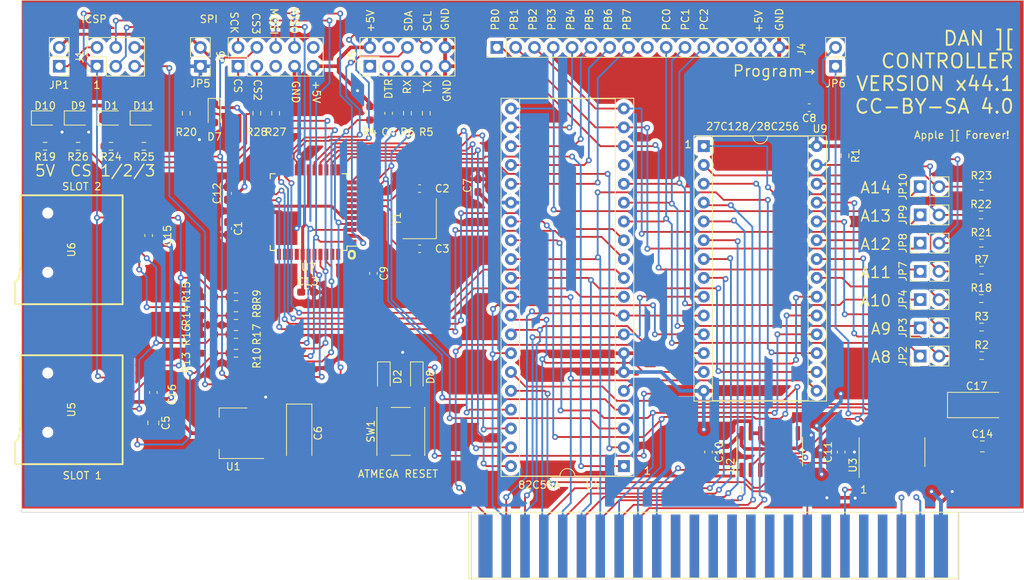
<source format=kicad_pcb>
(kicad_pcb (version 20221018) (generator pcbnew)
  (layers (0 "F.Cu" signal) (31 "B.Cu" signal) (34 "B.Paste" user) (35 "F.Paste" user) (36 "B.SilkS" user "B.Silkscreen") (37 "F.SilkS" user "F.Silkscreen") (38 "B.Mask" user) (39 "F.Mask" user) (44 "Edge.Cuts" user))
  (net 0 "")
  (net 1 "IOSEL")
  (net 2 "A0")
  (net 3 "A1")
  (net 4 "A2")
  (net 5 "A3")
  (net 6 "A4")
  (net 7 "A5")
  (net 8 "A6")
  (net 9 "A7")
  (net 10 "RW")
  (net 11 "+5V")
  (net 12 "GND")
  (net 13 "RES")
  (net 14 "DS")
  (net 15 "D7")
  (net 16 "D6")
  (net 17 "D5")
  (net 18 "D4")
  (net 19 "D3")
  (net 20 "D2")
  (net 21 "D1")
  (net 22 "D0")
  (net 23 "RESET")
  (net 24 "CS2")
  (net 25 "MISO")
  (net 27 "SCK")
  (net 28 "MOSI")
  (net 29 "CS")
  (net 30 "PC0")
  (net 31 "PC1")
  (net 32 "PB0")
  (net 33 "PB1")
  (net 34 "PB2")
  (net 35 "PD1")
  (net 37 "PD0")
  (net 41 "PB3")
  (net 42 "PD2")
  (net 43 "PD3")
  (net 44 "PD4")
  (net 45 "PD5")
  (net 46 "PD6")
  (net 47 "PD7")
  (net 54 "PC2")
  (net 56 "Net-(BUS1-INT_IN)")
  (net 57 "Net-(BUS1-DMA_IN)")
  (net 59 "OBFA")
  (net 60 "ACKA")
  (net 61 "STBA")
  (net 62 "IBFA")
  (net 67 "CS3")
  (net 77 "Net-(J5-Pin_3)")
  (net 78 "Net-(D1-K)")
  (net 79 "AREF")
  (net 80 "X1")
  (net 81 "Net-(D8-K)")
  (net 82 "Net-(D9-K)")
  (net 83 "Net-(D10-A)")
  (net 84 "Net-(D11-K)")
  (net 85 "Net-(J1-Pin_2)")
  (net 89 "Net-(J4-Pin_8)")
  (net 90 "Net-(J4-Pin_7)")
  (net 91 "Net-(J4-Pin_6)")
  (net 92 "Net-(J4-Pin_5)")
  (net 93 "Net-(J5-Pin_7)")
  (net 94 "Net-(J5-Pin_5)")
  (net 99 "Net-(J6-Pin_3)")
  (net 100 "Net-(J6-Pin_1)")
  (net 101 "Net-(JP2-B)")
  (net 102 "Net-(JP3-B)")
  (net 103 "Net-(JP4-B)")
  (net 104 "X2")
  (net 105 "Net-(JP6-A)")
  (net 106 "Net-(JP7-B)")
  (net 107 "Net-(JP8-B)")
  (net 108 "Net-(JP9-B)")
  (net 109 "Net-(JP10-B)")
  (net 110 "Net-(U6-~{CS})")
  (net 111 "Net-(U5-SCLK)")
  (net 112 "Net-(U5-~{CS})")
  (net 113 "Net-(U5-DI)")
  (net 114 "Net-(U4-~{WR})")
  (net 115 "Net-(U4-~{RD})")
  (net 116 "+3.3V")
  (net 117 "Net-(U4-RESET)")
  (net 121 "VCC")
  (net 122 "SDA")
  (net 123 "SCL")
  (net 124 "~{EE_WE}")
  (net 125 "~{EE_OE}")
  (footprint "Capacitor_SMD:C_0603_1608Metric_Pad1.08x0.95mm_HandSolder" (layer "F.Cu") (at 111.506 50.8)
    (fp_text reference "C2")
    (fp_text value "20 pF")
  )
  (footprint "Resistor_SMD:R_0603_1608Metric_Pad0.98x0.95mm_HandSolder" (layer "F.Cu") (at 187.325 58.166)
    (fp_text reference "R21")
    (fp_text value "10k")
  )
  (footprint "Capacitor_SMD:C_0603_1608Metric_Pad1.08x0.95mm_HandSolder" (layer "F.Cu") (at 74.93 57.15 90)
    (fp_text reference "C15")
    (fp_text value "100 nF")
  )
  (footprint "Connector_PinHeader_2.54mm:PinHeader_1x02_P2.54mm_Vertical" (layer "F.Cu") (at 167.64 34.295 180)
    (fp_text reference "JP6")
    (fp_text value "PROGRAM")
  )
  (footprint "Resistor_SMD:R_0603_1608Metric_Pad0.98x0.95mm_HandSolder" (layer "F.Cu") (at 69.85 45.085 180)
    (fp_text reference "R24")
    (fp_text value "1k")
  )
  (footprint "Resistor_SMD:R_0603_1608Metric_Pad0.98x0.95mm_HandSolder" (layer "F.Cu") (at 82.9075 65.405 180)
    (fp_text reference "R15")
    (fp_text value "1k")
  )
  (footprint "Diode_SMD:D_SOD-323_HandSoldering" (layer "F.Cu") (at 111.125 76.2 -90)
    (fp_text reference "D8")
    (fp_text value "1N4148")
  )
  (footprint "Resistor_SMD:R_0603_1608Metric_Pad0.98x0.95mm_HandSolder" (layer "F.Cu") (at 109.86 40.64 -90)
    (fp_text reference "R6")
    (fp_text value "2k2")
  )
  (footprint "Resistor_SMD:R_0603_1608Metric_Pad0.98x0.95mm_HandSolder" (layer "F.Cu") (at 112.4 40.64 -90)
    (fp_text reference "R5")
    (fp_text value "2k2")
  )
  (footprint "LED_SMD:LED_0805_2012Metric_Pad1.15x1.40mm_HandSolder" (layer "F.Cu") (at 69.85 41.275)
    (fp_text reference "D1")
    (fp_text value "LED")
  )
  (footprint "Capacitor_SMD:C_0603_1608Metric_Pad1.08x0.95mm_HandSolder" (layer "F.Cu") (at 164.084 39.878 180)
    (fp_text reference "C8")
    (fp_text value "100 nF")
  )
  (footprint "Apple2Card:GCT-MEM2055-00-190-01-A" (layer "F.Cu") (at 72.62 80.645 90)
    (fp_text reference "U5")
    (fp_text value "Slot1")
  )
  (footprint "LED_SMD:LED_0805_2012Metric_Pad1.15x1.40mm_HandSolder" (layer "F.Cu") (at 74.295 41.275)
    (fp_text reference "D11")
    (fp_text value "LED")
  )
  (footprint "Diode_SMD:D_SOD-323_HandSoldering" (layer "F.Cu") (at 83.82 40.64 -90)
    (fp_text reference "D7")
    (fp_text value "1N4148")
  )
  (footprint "Capacitor_SMD:C_0603_1608Metric_Pad1.08x0.95mm_HandSolder" (layer "F.Cu") (at 150.495 86.36 -90)
    (fp_text reference "C10")
    (fp_text value "100 nF")
  )
  (footprint "Connector_PinHeader_2.54mm:PinHeader_1x02_P2.54mm_Vertical" (layer "F.Cu") (at 62.865 34.29 180)
    (fp_text reference "JP1")
    (fp_text value "PWR")
  )
  (footprint "Capacitor_SMD:C_0603_1608Metric_Pad1.08x0.95mm_HandSolder" (layer "F.Cu") (at 105.27 62.245 -90)
    (fp_text reference "C9")
    (fp_text value "100 nF")
  )
  (footprint "Connector_PinHeader_2.54mm:PinHeader_1x02_P2.54mm_Vertical" (layer "F.Cu") (at 179.065 50.546 90)
    (fp_text reference "JP10")
    (fp_text value "PG2")
  )
  (footprint "Capacitor_Tantalum_SMD:CP_EIA-6032-20_AVX-F_Pad2.25x2.35mm_HandSolder" (layer "F.Cu") (at 95.25 83.82 -90)
    (fp_text reference "C6")
    (fp_text value "22uF")
  )
  (footprint "Resistor_SMD:R_0603_1608Metric_Pad0.98x0.95mm_HandSolder" (layer "F.Cu") (at 187.275 54.356)
    (fp_text reference "R22")
    (fp_text value "10k")
  )
  (footprint "Connector_PinHeader_2.54mm:PinHeader_1x02_P2.54mm_Vertical" (layer "F.Cu") (at 179.065 73.406 90)
    (fp_text reference "JP2")
    (fp_text value "PG0")
  )
  (footprint "LED_SMD:LED_0805_2012Metric_Pad1.15x1.40mm_HandSolder" (layer "F.Cu") (at 65.405 41.275)
    (fp_text reference "D9")
    (fp_text value "LED")
  )
  (footprint "Resistor_SMD:R_0603_1608Metric_Pad0.98x0.95mm_HandSolder" (layer "F.Cu") (at 187.305 65.646)
    (fp_text reference "R18")
    (fp_text value "10k")
  )
  (footprint "Capacitor_SMD:C_0603_1608Metric_Pad1.08x0.95mm_HandSolder" (layer "F.Cu") (at 85.585 51.45 90)
    (fp_text reference "C12")
    (fp_text value "100 nF")
  )
  (footprint "Apple2Card:Apple2Slot" (layer "F.Cu") (at 119.38 93.98)
    (fp_text reference "BUS1" hide)
    (fp_text value "Apple2Bus")
  )
  (footprint "Resistor_SMD:R_0603_1608Metric_Pad0.98x0.95mm_HandSolder" (layer "F.Cu") (at 82.9075 73.025 180)
    (fp_text reference "R13")
    (fp_text value "10k")
  )
  (footprint "Connector_PinHeader_2.54mm:PinHeader_1x02_P2.54mm_Vertical" (layer "F.Cu") (at 179.065 54.356 90)
    (fp_text reference "JP9")
    (fp_text value "PG2")
  )
  (footprint "Resistor_SMD:R_0603_1608Metric_Pad0.98x0.95mm_HandSolder" (layer "F.Cu") (at 92.075 40.64 90)
    (fp_text reference "R27")
    (fp_text value "4k7")
  )
  (footprint "Package_TO_SOT_SMD:SOT-223-3_TabPin2" (layer "F.Cu") (at 86.36 83.82 180)
    (fp_text reference "U1")
    (fp_text value "AP1117-33")
  )
  (footprint "Crystal:Crystal_SMD_3225-4Pin_3.2x2.5mm_HandSoldering" (layer "F.Cu") (at 111.506 54.864 90)
    (fp_text reference "Y1")
    (fp_text value "16 MHz")
  )
  (footprint "Connector_PinHeader_2.54mm:PinHeader_2x05_P2.54mm_Vertical" (layer "F.Cu") (at 104.78 34.29 90)
    (fp_text reference "J5")
    (fp_text value "SERCON")
  )
  (footprint "Resistor_SMD:R_0603_1608Metric_Pad0.98x0.95mm_HandSolder" (layer "F.Cu") (at 65.405 45.085 180)
    (fp_text reference "R26")
    (fp_text value "1k")
  )
  (footprint "Resistor_SMD:R_0603_1608Metric_Pad0.98x0.95mm_HandSolder" (layer "F.Cu") (at 74.295 45.085 180)
    (fp_text reference "R25")
    (fp_text value "1k")
  )
  (footprint "Capacitor_Tantalum_SMD:CP_EIA-6032-20_AVX-F_Pad2.25x2.35mm_HandSolder" (layer "F.Cu") (at 186.69 80.01)
    (fp_text reference "C17")
    (fp_text value "22uF")
  )
  (footprint "Package_QFP:TQFP-44_10x10mm_P0.8mm" (layer "F.Cu") (at 96.52 53.975 180)
    (fp_text reference "U7")
    (fp_text value "ATmega644P-20A")
  )
  (footprint "Resistor_SMD:R_0603_1608Metric_Pad0.98x0.95mm_HandSolder" (layer "F.Cu") (at 82.9056 70.485 180)
    (fp_text reference "R16")
    (fp_text value "1k")
  )
  (footprint "Connector_PinHeader_2.54mm:PinHeader_1x02_P2.54mm_Vertical" (layer "F.Cu") (at 179.065 61.976 90)
    (fp_text reference "JP7")
    (fp_text value "PG3")
  )
  (footprint "Resistor_SMD:R_0603_1608Metric_Pad0.98x0.95mm_HandSolder" (layer "F.Cu") (at 187.35 69.496)
    (fp_text reference "R3")
    (fp_text value "10k")
  )
  (footprint "Resistor_SMD:R_0603_1608Metric_Pad0.98x0.95mm_HandSolder" (layer "F.Cu") (at 187.32 50.486)
    (fp_text reference "R23")
    (fp_text value "10k")
  )
  (footprint "Package_SO:SOIC-14_3.9x8.7mm_P1.27mm" (layer "F.Cu") (at 158.75 86.295 90)
    (fp_text reference "U2")
    (fp_text value "74HCT32")
  )
  (footprint "Apple2Card:GCT-MEM2055-00-190-01-A" (layer "F.Cu") (at 72.62 59.055 90)
    (fp_text reference "U6")
    (fp_text value "Slot2")
  )
  (footprint "Resistor_SMD:R_0603_1608Metric_Pad0.98x0.95mm_HandSolder" (layer "F.Cu") (at 104.78 40.64 -90)
    (fp_text reference "R4")
    (fp_text value "10k")
  )
  (footprint "Package_DIP:DIP-40_W15.24mm_Socket" (layer "F.Cu") (at 139.07 88.26 180)
    (fp_text reference "U4")
    (fp_text value "82C55A")
  )
  (footprint "Capacitor_SMD:C_0805_2012Metric_Pad1.18x1.45mm_HandSolder" (layer "F.Cu") (at 75.565 82.423 -90)
    (fp_text reference "C5")
    (fp_text value "10uF")
  )
  (footprint "Diode_SMD:D_SOD-323_HandSoldering" (layer "F.Cu") (at 106.68 76.2 -90)
    (fp_text reference "D2")
    (fp_text value "1N4148")
  )
  (footprint "Package_SO:SOIC-14_3.9x8.7mm_P1.27mm" (layer "F.Cu") (at 175.26 86.36 90)
    (fp_text reference "U3")
    (fp_text value "74HCT00")
  )
  (footprint "Resistor_SMD:R_0603_1608Metric_Pad0.98x0.95mm_HandSolder" (layer "F.Cu") (at 187.36 73.346)
    (fp_text reference "R2")
    (fp_text value "10k")
  )
  (footprint "Connector_PinHeader_2.54mm:PinHeader_1x02_P2.54mm_Vertical" (layer "F.Cu") (at 81.915 34.295 180)
    (fp_text reference "JP5")
    (fp_text value "PWR")
  )
  (footprint "Resistor_SMD:R_0603_1608Metric_Pad0.98x0.95mm_HandSolder" (layer "F.Cu") (at 187.34 61.816)
    (fp_text reference "R7")
    (fp_text value "10k")
  )
  (footprint "Connector_PinHeader_2.54mm:PinHeader_1x02_P2.54mm_Vertical" (layer "F.Cu") (at 179.065 69.596 90)
    (fp_text reference "JP3")
    (fp_text value "PG1")
  )
  (footprint "Resistor_SMD:R_0603_1608Metric_Pad0.98x0.95mm_HandSolder" (layer "F.Cu") (at 80.01 40.64 90)
    (fp_text reference "R20")
    (fp_text value "10k")
  )
  (footprint "Capacitor_SMD:C_0603_1608Metric_Pad1.08x0.95mm_HandSolder" (layer "F.Cu") (at 107.32 40.64 -90)
    (fp_text reference "C4")
    (fp_text value "100 nF")
  )
  (footprint "Capacitor_SMD:C_0603_1608Metric_Pad1.08x0.95mm_HandSolder" (layer "F.Cu") (at 111.506 58.928)
    (fp_text reference "C3")
    (fp_text value "20 pF")
  )
  (footprint "Resistor_SMD:R_0603_1608Metric_Pad0.98x0.95mm_HandSolder" (layer "F.Cu") (at 60.96 45.085 180)
    (fp_text reference "R19")
    (fp_text value "1k")
  )
  (footprint "Button_Switch_SMD:SW_Push_1P1T_NO_6x6mm_H9.5mm" (layer "F.Cu") (at 108.966 83.566 90)
    (fp_text reference "SW1")
    (fp_text value "SW_Push")
  )
  (footprint "Resistor_SMD:R_0603_1608Metric_Pad0.98x0.95mm_HandSolder" (layer "F.Cu") (at 86.7175 65.405 180)
    (fp_text reference "R9")
    (fp_text value "470R")
  )
  (footprint "Resistor_SMD:R_0603_1608Metric_Pad0.98x0.95mm_HandSolder" (layer "F.Cu") (at 168.91 46.355 -90)
    (fp_text reference "R1")
    (fp_text value "10k")
  )
  (footprint "Package_DIP:DIP-28_W15.24mm_Socket" (layer "F.Cu") (at 149.855 45.07)
    (fp_text reference "U9")
    (fp_text value "28C256")
  )
  (footprint "Resistor_SMD:R_0603_1608Metric_Pad0.98x0.95mm_HandSolder" (layer "F.Cu") (at 86.7175 73.025 180)
    (fp_text reference "R10")
    (fp_text value "4k7")
  )
  (footprint "LED_SMD:LED_0805_2012Metric_Pad1.15x1.40mm_HandSolder" (layer "F.Cu") (at 60.96 41.275)
    (fp_text reference "D10")
    (fp_text value "LED")
  )
  (footprint "Resistor_SMD:R_0603_1608Metric_Pad0.98x0.95mm_HandSolder" (layer "F.Cu") (at 82.9075 67.945 180)
    (fp_text reference "R14")
    (fp_text value "10k")
  )
  (footprint "Resistor_SMD:R_0603_1608Metric_Pad0.98x0.95mm_HandSolder" (layer "F.Cu") (at 86.7175 70.485 180)
    (fp_text reference "R17")
    (fp_text value "470R")
  )
  (footprint "Connector_PinHeader_2.54mm:PinHeader_1x02_P2.54mm_Vertical" (layer "F.Cu") (at 179.065 58.166 90)
    (fp_text reference "JP8")
    (fp_text value "PG2")
  )
  (footprint "Connector_PinHeader_2.54mm:PinHeader_1x02_P2.54mm_Vertical" (layer "F.Cu") (at 179.065 65.786 90)
    (fp_text reference "JP4")
    (fp_text value "PG2")
  )
  (footprint "Connector_PinHeader_2.54mm:PinHeader_1x16_P2.54mm_Vertical" (layer "F.Cu") (at 121.92 31.75 90)
    (fp_text reference "J4")
    (fp_text value "Conn_01x16")
  )
  (footprint "Connector_PinHeader_2.54mm:PinHeader_2x03_P2.54mm_Vertical" (layer "F.Cu") (at 67.96 34.29 90)
    (fp_text reference "J1")
    (fp_text value "ICSP")
  )
  (footprint "Capacitor_SMD:C_0603_1608Metric_Pad1.08x0.95mm_HandSolder" (layer "F.Cu") (at 168.402 86.36 -90)
    (fp_text reference "C11")
    (fp_text value "100 nF")
  )
  (footprint "Connector_PinHeader_2.54mm:PinHeader_2x05_P2.54mm_Vertical" (layer "F.Cu") (at 87 34.29 90)
    (fp_text reference "J6")
    (fp_text value "WIZNET 5500")
  )
  (footprint "Capacitor_SMD:C_0603_1608Metric_Pad1.08x0.95mm_HandSolder" (layer "F.Cu") (at 119.38 50.3925 90)
    (fp_text reference "C7")
    (fp_text value "100 nF")
  )
  (footprint "Capacitor_SMD:C_0603_1608Metric_Pad1.08x0.95mm_HandSolder" (layer "F.Cu") (at 96.38 64.785)
    (fp_text reference "C13")
    (fp_text value "100 nF")
  )
  (footprint "Resistor_SMD:R_0603_1608Metric_Pad0.98x0.95mm_HandSolder" (layer "F.Cu") (at 89.535 40.64 90)
    (fp_text reference "R28")
    (fp_text value "4k7")
  )
  (footprint "Capacitor_SMD:C_0805_2012Metric_Pad1.18x1.45mm_HandSolder" (layer "F.Cu") (at 187.452 85.598)
    (fp_text reference "C14")
    (fp_text value "10 uF")
  )
  (footprint "Resistor_SMD:R_0603_1608Metric_Pad0.98x0.95mm_HandSolder" (layer "F.Cu") (at 86.7175 67.945 180)
    (fp_text reference "R8")
    (fp_text value "4k7")
  )
  (footprint "Capacitor_SMD:C_0603_1608Metric_Pad1.08x0.95mm_HandSolder" (layer "F.Cu") (at 85.598 56.1848 -90)
    (fp_text reference "C1")
    (fp_text value "100 nF")
  )
  (footprint "Capacitor_SMD:C_0603_1608Metric_Pad1.08x0.95mm_HandSolder" (layer "F.Cu") (at 75.565 78.3325 90)
    (fp_text reference "C16")
    (fp_text value "100 nF")
  )
  (gr_line (start 184.277 94.488) (end 193.04 94.488) (stroke (width 0.1)) (layer "Edge.Cuts"))
  (gr_line (start 118.491 103.632) (end 184.277 103.632) (stroke (width 0.1)) (layer "Edge.Cuts"))
  (gr_line (start 57.785 94.488) (end 118.491 94.488) (stroke (width 0.1)) (layer "Edge.Cuts"))
  (gr_line (start 118.491 94.488) (end 118.491 103.632) (stroke (width 0.1)) (layer "Edge.Cuts"))
  (gr_line (start 193.04 25.4) (end 57.785 25.4) (stroke (width 0.1)) (layer "Edge.Cuts"))
  (gr_line (start 57.785 25.4) (end 57.785 94.488) (stroke (width 0.1)) (layer "Edge.Cuts"))
  (gr_line (start 184.277 103.632) (end 184.277 94.488) (stroke (width 0.1)) (layer "Edge.Cuts"))
  (gr_line (start 193.04 94.488) (end 193.04 25.4) (stroke (width 0.1)) (layer "Edge.Cuts"))
  (gr_text "A14" (at 175.26 51.562) (layer "F.SilkS") (effects (font (size 1.5 1.5) (thickness 0.1875)) (justify right bottom)))
  (gr_text "5V" (at 60.96 49.276) (layer "F.SilkS") (effects (font (size 1.5 1.5) (thickness 0.1875)) (justify bottom)))
  (gr_text "PB7" (at 139.488 27.972 90) (layer "F.SilkS") (effects (font (size 1 1))))
  (gr_text "PC1" (at 147.362 27.972 90) (layer "F.SilkS") (effects (font (size 1 1))))
  (gr_text "27C128/28C256" (at 156.464 42.418) (layer "F.SilkS") (effects (font (size 1 1))))
  (gr_text "ICSP" (at 67.564 27.94) (layer "F.SilkS") (effects (font (size 1 1))))
  (gr_text "GND" (at 115.194 37.587 90) (layer "F.SilkS") (effects (font (size 1 1))))
  (gr_text "RX" (at 109.834 37.079 90) (layer "F.SilkS") (effects (font (size 1 1))))
  (gr_text "o" (at 101.473 60.4266) (layer "F.SilkS") (effects (font (size 1.5 1.5) (thickness 0.3) bold) (justify left bottom)))
  (gr_text "ATMEGA RESET" (at 108.585 89.31) (layer "F.SilkS") (effects (font (size 1 1))))
  (gr_text "PB1" (at 124.248 27.972 90) (layer "F.SilkS") (effects (font (size 1 1))))
  (gr_text "SLOT 1" (at 65.9892 89.535) (layer "F.SilkS") (effects (font (size 1 1))))
  (gr_text "Apple ][ Forever!" (at 184.68 43.58) (layer "F.SilkS") (effects (font (size 1 1))))
  (gr_text "GND" (at 160.062 27.972 90) (layer "F.SilkS") (effects (font (size 1 1))))
  (gr_text "TX" (at 112.574 37.079 90) (layer "F.SilkS") (effects (font (size 1 1))))
  (gr_text "82C55A" (at 127.64 90.8) (layer "F.SilkS") (effects (font (size 1 1))))
  (gr_text "MOSI" (at 91.85 28.24 -90) (layer "F.SilkS") (effects (font (size 1 1))))
  (gr_text "PB2" (at 126.788 27.972 90) (layer "F.SilkS") (effects (font (size 1 1))))
  (gr_text "CS3" (at 89.42 28.53 -90) (layer "F.SilkS") (effects (font (size 1 1))))
  (gr_text "GND" (at 114.94 27.935 90) (layer "F.SilkS") (effects (font (size 1 1))))
  (gr_text "A11" (at 175.26 62.992) (layer "F.SilkS") (effects (font (size 1.5 1.5) (thickness 0.1875)) (justify right bottom)))
  (gr_text "+5V" (at 157.268 28.226 90) (layer "F.SilkS") (effects (font (size 1 1))))
  (gr_text "DAN ][\nCONTROLLER\nVERSION x44.1\nCC-BY-SA 4.0" (at 191.86 35.12) (layer "F.SilkS") (effects (font (size 1.9 1.9) (thickness 0.25)) (justify right)))
  (gr_text "A8" (at 175.26 74.422) (layer "F.SilkS") (effects (font (size 1.5 1.5) (thickness 0.1875)) (justify right bottom)))
  (gr_text "PB4" (at 131.868 27.972 90) (layer "F.SilkS") (effects (font (size 1 1))))
  (gr_text "PB5" (at 134.408 27.972 90) (layer "F.SilkS") (effects (font (size 1 1))))
  (gr_text "GND" (at 94.78 37.76 -90) (layer "F.SilkS") (effects (font (size 1 1))))
  (gr_text "A9" (at 175.26 70.612) (layer "F.SilkS") (effects (font (size 1.5 1.5) (thickness 0.1875)) (justify right bottom)))
  (gr_text "PB6" (at 136.948 27.972 90) (layer "F.SilkS") (effects (font (size 1 1))))
  (gr_text "SLOT 2" (at 65.9 50.527) (layer "F.SilkS") (effects (font (size 1 1))))
  (gr_text "CS2" (at 89.63 37.5 -90) (layer "F.SilkS") (effects (font (size 1 1))))
  (gr_text "A12" (at 175.26 59.182) (layer "F.SilkS") (effects (font (size 1.5 1.5) (thickness 0.1875)) (justify right bottom)))
  (gr_text "DTR" (at 107.32 37.333 90) (layer "F.SilkS") (effects (font (size 1 1))))
  (gr_text "+5V" (at 97.57 37.76 -90) (layer "F.SilkS") (effects (font (size 1 1))))
  (gr_text "SDA" (at 110.004 28.189 90) (layer "F.SilkS") (effects (font (size 1 1))))
  (gr_text "1" (at 154.94 91.44) (layer "F.SilkS") (effects (font (size 1 1))))
  (gr_text "Program→" (at 153.67 35.814) (layer "F.SilkS") (effects (font (size 1.5 1.5) (thickness 0.1875)) (justify left bottom)))
  (gr_text "A10" (at 175.26 66.802) (layer "F.SilkS") (effects (font (size 1.5 1.5) (thickness 0.1875)) (justify right bottom)))
  (gr_text "SCK" (at 86.47 28.41 -90) (layer "F.SilkS") (effects (font (size 1 1))))
  (gr_text "+5V" (at 104.874 28.189 90) (layer "F.SilkS") (effects (font (size 1 1))))
  (gr_text "PC0" (at 144.822 27.972 90) (layer "F.SilkS") (effects (font (size 1 1))))
  (gr_text "SPI" (at 83.058 27.94) (layer "F.SilkS") (effects (font (size 1 1))))
  (gr_text "1" (at 147.7264 44.831) (layer "F.SilkS") (effects (font (size 1 1))))
  (gr_text "PB0" (at 121.708 27.972 90) (layer "F.SilkS") (effects (font (size 1 1))))
  (gr_text "1" (at 67.945 36.83) (layer "F.SilkS") (effects (font (size 1 1))))
  (gr_text "MISO" (at 94.57 28.1 -90) (layer "F.SilkS") (effects (font (size 1 1))))
  (gr_text "PB3" (at 129.328 27.972 90) (layer "F.SilkS") (effects (font (size 1 1))))
  (gr_text "A13" (at 175.26 55.372) (layer "F.SilkS") (effects (font (size 1.5 1.5) (thickness 0.1875)) (justify right bottom)))
  (gr_text "1" (at 171.45 91.44) (layer "F.SilkS") (effects (font (size 1 1))))
  (gr_text "1" (at 142.24 88.9) (layer "F.SilkS") (effects (font (size 1 1))))
  (gr_text "SCL" (at 112.574 28.189 90) (layer "F.SilkS") (effects (font (size 1 1))))
  (gr_text "PC2" (at 149.902 27.972 90) (layer "F.SilkS") (effects (font (size 1 1))))
  (gr_text "CS 1/2/3" (at 70.104 49.276) (layer "F.SilkS") (effects (font (size 1.5 1.5) (thickness 0.1875)) (justify bottom)))
  (gr_text "CS" (at 86.97 36.92 -90) (layer "F.SilkS") (effects (font (size 1 1))))
  (segment (start 162.306 65.532) (end 162.448 65.39) (width 0.25) (layer "F.Cu") (net 1))
  (segment (start 117.259401 71.895) (end 116.369 72.785401) (width 0.25) (layer "F.Cu") (net 1))
  (segment (start 120.396 99.06) (end 120.396 94.742) (width 0.25) (layer "F.Cu") (net 1))
  (segment (start 120.396 94.742) (end 116.84 91.186) (width 0.25) (layer "F.Cu") (net 1))
  (segment (start 143.966595 74.422) (end 141.439595 71.895) (width 0.25) (layer "F.Cu") (net 1))
  (segment (start 162.448 65.39) (end 165.095 65.39) (width 0.25) (layer "F.Cu") (net 1))
  (segment (start 161.798 74.422) (end 143.966595 74.422) (width 0.25) (layer "F.Cu") (net 1))
  (segment (start 162.306 73.914) (end 161.798 74.422) (width 0.25) (layer "F.Cu") (net 1))
  (segment (start 141.439595 71.895) (end 117.259401 71.895) (width 0.25) (layer "F.Cu") (net 1))
  (via (at 116.369 72.785401) (size 0.8) (drill 0.4) (layers "F.Cu" "B.Cu") (net 1))
  (via (at 116.84 91.186) (size 0.8) (drill 0.4) (layers "F.Cu" "B.Cu") (net 1))
  (via (at 162.306 73.914) (size 0.8) (drill 0.4) (layers "F.Cu" "B.Cu") (net 1))
  (via (at 162.306 65.532) (size 0.8) (drill 0.4) (layers "F.Cu" "B.Cu") (net 1))
  (segment (start 116.369 90.715) (end 116.369 72.785401) (width 0.25) (layer "B.Cu") (net 1))
  (segment (start 162.306 73.914) (end 162.306 65.532) (width 0.25) (layer "B.Cu") (net 1))
  (segment (start 116.84 91.186) (end 116.369 90.715) (width 0.25) (layer "B.Cu") (net 1))
  (segment (start 137.93863 67.94) (end 137.63883 67.6402) (width 0.25) (layer "F.Cu") (net 2))
  (segment (start 139.07 67.94) (end 137.93863 67.94) (width 0.25) (layer "F.Cu") (net 2))
  (segment (start 126.949194 67.6402) (end 126.669794 67.3608) (width 0.25) (layer "F.Cu") (net 2))
  (segment (start 123.19 99.06) (end 123.19 92.456) (width 0.25) (layer "F.Cu") (net 2))
  (segment (start 139.07 67.94) (end 149.845 67.94) (width 0.25) (layer "F.Cu") (net 2))
  (segment (start 149.845 67.94) (end 149.855 67.93) (width 0.25) (layer "F.Cu") (net 2))
  (segment (start 137.63883 67.6402) (end 126.949194 67.6402) (width 0.25) (layer "F.Cu") (net 2))
  (via (at 123.19 92.456) (size 0.8) (drill 0.4) (layers "F.Cu" "B.Cu") (net 2))
  (via (at 126.669794 67.3608) (size 0.8) (drill 0.4) (layers "F.Cu" "B.Cu") (net 2))
  (segment (start 125.984 89.662) (end 125.984 68.046594) (width 0.25) (layer "B.Cu") (net 2))
  (segment (start 125.984 68.046594) (end 126.669794 67.3608) (width 0.25) (layer "B.Cu") (net 2))
  (segment (start 123.19 92.456) (end 125.984 89.662) (width 0.25) (layer "B.Cu") (net 2))
  (segment (start 138.684 70.866) (end 139.07 70.48) (width 0.25) (layer "F.Cu") (net 3))
  (segment (start 149.855 65.39) (end 141.366 65.39) (width 0.25) (layer "F.Cu") (net 3))
  (segment (start 125.73 92.456) (end 125.984 92.202) (width 0.25) (layer "F.Cu") (net 3))
  (segment (start 126.746 70.866) (end 138.684 70.866) (width 0.25) (layer "F.Cu") (net 3))
  (segment (start 141.366 65.39) (end 141.224 65.532) (width 0.25) (layer "F.Cu") (net 3))
  (segment (start 125.73 99.06) (end 125.73 92.456) (width 0.25) (layer "F.Cu") (net 3))
  (via (at 126.746 70.866) (size 0.8) (drill 0.4) (layers "F.Cu" "B.Cu") (net 3))
  (via (at 141.224 65.532) (size 0.8) (drill 0.4) (layers "F.Cu" "B.Cu") (net 3))
  (via (at 125.984 92.202) (size 0.8) (drill 0.4) (layers "F.Cu" "B.Cu") (net 3))
  (segment (start 140.97 70.866) (end 140.584 70.48) (width 0.25) (layer "B.Cu") (net 3))
  (segment (start 125.984 92.202) (end 126.746 91.44) (width 0.25) (layer "B.Cu") (net 3))
  (segment (start 126.746 91.44) (end 126.746 70.866) (width 0.25) (layer "B.Cu") (net 3))
  (segment (start 141.224 65.532) (end 141.224 70.612) (width 0.25) (layer "B.Cu") (net 3))
  (segment (start 140.584 70.48) (end 139.07 70.48) (width 0.25) (layer "B.Cu") (net 3))
  (segment (start 141.224 70.612) (end 140.97 70.866) (width 0.25) (layer "B.Cu") (net 3))
  (segment (start 152.6506 62.85) (end 152.7926 62.992) (width 0.25) (layer "F.Cu") (net 4))
  (segment (start 128.27 99.06) (end 128.27 95.43) (width 0.25) (layer "F.Cu") (net 4))
  (segment (start 128.27 95.43) (end 132.459912 91.240088) (width 0.25) (layer "F.Cu") (net 4))
  (segment (start 149.855 62.85) (end 152.6506 62.85) (width 0.25) (layer "F.Cu") (net 4))
  (segment (start 132.459912 91.240088) (end 150.682031 91.240088) (width 0.25) (layer "F.Cu") (net 4))
  (via (at 150.682031 91.240088) (size 0.8) (drill 0.4) (layers "F.Cu" "B.Cu") (net 4))
  (via (at 152.7926 62.992) (size 0.8) (drill 0.4) (layers "F.Cu" "B.Cu") (net 4))
  (segment (start 152.5524 89.369719) (end 152.5524 63.2322) (width 0.25) (layer "B.Cu") (net 4))
  (segment (start 152.5524 63.2322) (end 152.7926 62.992) (width 0.25) (layer "B.Cu") (net 4))
  (segment (start 150.682031 91.240088) (end 152.5524 89.369719) (width 0.25) (layer "B.Cu") (net 4))
  (segment (start 130.81 95.43) (end 134.275 91.965) (width 0.25) (layer "F.Cu") (net 5))
  (segment (start 130.81 99.06) (end 130.81 95.43) (width 0.25) (layer "F.Cu") (net 5))
  (segment (start 151.395496 91.965) (end 151.914551 91.445945) (width 0.25) (layer "F.Cu") (net 5))
  (segment (start 153.416 60.198) (end 153.304 60.31) (width 0.25) (layer "F.Cu") (net 5))
  (segment (start 134.275 91.965) (end 151.395496 91.965) (width 0.25) (layer "F.Cu") (net 5))
  (segment (start 153.304 60.31) (end 149.855 60.31) (width 0.25) (layer "F.Cu") (net 5))
  (via (at 153.416 60.198) (size 0.8) (drill 0.4) (layers "F.Cu" "B.Cu") (net 5))
  (via (at 151.914551 91.445945) (size 0.8) (drill 0.4) (layers "F.Cu" "B.Cu") (net 5))
  (segment (start 153.5176 89.842896) (end 151.914551 91.445945) (width 0.25) (layer "B.Cu") (net 5))
  (segment (start 153.416 60.198) (end 153.5176 60.2996) (width 0.25) (layer "B.Cu") (net 5))
  (segment (start 153.5176 60.2996) (end 153.5176 89.842896) (width 0.25) (layer "B.Cu") (net 5))
  (segment (start 154.29 57.77) (end 149.855 57.77) (width 0.25) (layer "F.Cu") (net 6))
  (segment (start 152.649485 92.419) (end 153.162 91.906485) (width 0.25) (layer "F.Cu") (net 6))
  (segment (start 154.432 57.912) (end 154.29 57.77) (width 0.25) (layer "F.Cu") (net 6))
  (segment (start 133.35 99.06) (end 133.35 95.43) (width 0.25) (layer "F.Cu") (net 6))
  (segment (start 136.361 92.419) (end 152.649485 92.419) (width 0.25) (layer "F.Cu") (net 6))
  (segment (start 133.35 95.43) (end 136.361 92.419) (width 0.25) (layer "F.Cu") (net 6))
  (via (at 154.432 57.912) (size 0.8) (drill 0.4) (layers "F.Cu" "B.Cu") (net 6))
  (via (at 153.162 91.906485) (size 0.8) (drill 0.4) (layers "F.Cu" "B.Cu") (net 6))
  (segment (start 154.420239 57.923761) (end 154.420239 90.648246) (width 0.25) (layer "B.Cu") (net 6))
  (segment (start 154.432 57.912) (end 154.420239 57.923761) (width 0.25) (layer "B.Cu") (net 6))
  (segment (start 154.420239 90.648246) (end 153.162 91.906485) (width 0.25) (layer "B.Cu") (net 6))
  (segment (start 154.4762 92.869) (end 154.7622 92.583) (width 0.25) (layer "F.Cu") (net 7))
  (segment (start 138.451 92.869) (end 154.4762 92.869) (width 0.25) (layer "F.Cu") (net 7))
  (segment (start 153.924 55.118) (end 153.812 55.23) (width 0.25) (layer "F.Cu") (net 7))
  (segment (start 153.812 55.23) (end 149.855 55.23) (width 0.25) (layer "F.Cu") (net 7))
  (segment (start 135.89 99.06) (end 135.89 95.43) (width 0.25) (layer "F.Cu") (net 7))
  (segment (start 135.89 95.43) (end 138.451 92.869) (width 0.25) (layer "F.Cu") (net 7))
  (via (at 153.924 55.118) (size 0.8) (drill 0.4) (layers "F.Cu" "B.Cu") (net 7))
  (via (at 154.7622 92.583) (size 0.8) (drill 0.4) (layers "F.Cu" "B.Cu") (net 7))
  (segment (start 153.924 55.118) (end 155.3718 56.5658) (width 0.25) (layer "B.Cu") (net 7))
  (segment (start 155.3718 91.9734) (end 154.7622 92.583) (width 0.25) (layer "B.Cu") (net 7))
  (segment (start 155.3718 56.5658) (end 155.3718 91.9734) (width 0.25) (layer "B.Cu") (net 7))
  (segment (start 150.214 53.049) (end 153.508012 53.049) (width 0.25) (layer "F.Cu") (net 8))
  (segment (start 155.8152 93.4858) (end 156.5148 92.7862) (width 0.25) (layer "F.Cu") (net 8))
  (segment (start 138.43 95.43) (end 140.3742 93.4858) (width 0.25) (layer "F.Cu") (net 8))
  (segment (start 140.3742 93.4858) (end 155.8152 93.4858) (width 0.25) (layer "F.Cu") (net 8))
  (segment (start 149.855 52.69) (end 150.214 53.049) (width 0.25) (layer "F.Cu") (net 8))
  (segment (start 138.43 99.06) (end 138.43 95.43) (width 0.25) (layer "F.Cu") (net 8))
  (via (at 156.5148 92.7862) (size 0.8) (drill 0.4) (layers "F.Cu" "B.Cu") (net 8))
  (via (at 153.508012 53.049) (size 0.8) (drill 0.4) (layers "F.Cu" "B.Cu") (net 8))
  (segment (start 156.4132 92.6846) (end 156.5148 92.7862) (width 0.25) (layer "B.Cu") (net 8))
  (segment (start 153.508012 53.049) (end 156.4132 55.954188) (width 0.25) (layer "B.Cu") (net 8))
  (segment (start 156.4132 55.954188) (end 156.4132 92.6846) (width 0.25) (layer "B.Cu") (net 8))
  (segment (start 140.97 95.43) (end 142.4642 93.9358) (width 0.25) (layer "F.Cu") (net 9))
  (segment (start 156.9108 50.15) (end 156.9212 50.1396) (width 0.25) (layer "F.Cu") (net 9))
  (segment (start 149.855 50.15) (end 156.9108 50.15) (width 0.25) (layer "F.Cu") (net 9))
  (segment (start 140.97 99.06) (end 140.97 95.43) (width 0.25) (layer "F.Cu") (net 9))
  (segment (start 142.4642 93.9358) (end 156.8892 93.9358) (width 0.25) (layer "F.Cu") (net 9))
  (segment (start 156.8892 93.9358) (end 158.0388 92.7862) (width 0.25) (layer "F.Cu") (net 9))
  (via (at 156.9212 50.1396) (size 0.8) (drill 0.4) (layers "F.Cu" "B.Cu") (net 9))
  (via (at 158.0388 92.7862) (size 0.8) (drill 0.4) (layers "F.Cu" "B.Cu") (net 9))
  (segment (start 157.4038 50.6222) (end 157.4038 92.1512) (width 0.25) (layer "B.Cu") (net 9))
  (segment (start 157.4038 92.1512) (end 158.0388 92.7862) (width 0.25) (layer "B.Cu") (net 9))
  (segment (start 156.9212 50.1396) (end 157.4038 50.6222) (width 0.25) (layer "B.Cu") (net 9))
  (segment (start 160.02 88.77) (end 160.02 88.274305) (width 0.25) (layer "F.Cu") (net 10))
  (segment (start 171.45 88.835) (end 172.72 88.835) (width 0.25) (layer "F.Cu") (net 10))
  (segment (start 160.02 88.274305) (end 160.824305 87.47) (width 0.25) (layer "F.Cu") (net 10))
  (segment (start 163.262293 87.825542) (end 166.311542 87.825542) (width 0.25) (layer "F.Cu") (net 10))
  (segment (start 162.906751 87.47) (end 163.262293 87.825542) (width 0.25) (layer "F.Cu") (net 10))
  (segment (start 166.311542 87.825542) (end 167.894 89.408) (width 0.25) (layer "F.Cu") (net 10))
  (segment (start 170.877 89.408) (end 171.45 88.835) (width 0.25) (layer "F.Cu") (net 10))
  (segment (start 163.83 93.472) (end 167.894 89.408) (width 0.25) (layer "F.Cu") (net 10))
  (segment (start 167.894 89.408) (end 170.877 89.408) (width 0.25) (layer "F.Cu") (net 10))
  (segment (start 163.83 93.472) (end 163.83 99.06) (width 0.25) (layer "F.Cu") (net 10))
  (segment (start 160.824305 87.47) (end 162.906751 87.47) (width 0.25) (layer "F.Cu") (net 10))
  (segment (start 66.43 39.996) (end 66.8274 39.5986) (width 0.5) (layer "F.Cu") (net 11))
  (segment (start 168.402 85.4975) (end 169.3175 85.4975) (width 0.5) (layer "F.Cu") (net 11))
  (segment (start 75.32 40.268) (end 75.32 41.275) (width 0.5) (layer "F.Cu") (net 11))
  (segment (start 153.2625 85.4975) (end 154.94 83.82) (width 0.5) (layer "F.Cu") (net 11))
  (segment (start 162.5854 85.852) (end 164.3634 84.074) (width 0.5) (layer "F.Cu") (net 11))
  (segment (start 154.94 85.4456) (end 155.4394 85.945) (width 0.5) (layer "F.Cu") (net 11))
  (segment (start 169.8375 85.4975) (end 171.45 83.885) (width 0.5) (layer "F.Cu") (net 11))
  (segment (start 168.5375 45.07) (end 168.91 45.4425) (width 0.5) (layer "F.Cu") (net 11))
  (segment (start 183.388 88.6245) (end 183.388 91.694) (width 0.5) (layer "F.Cu") (net 11))
  (segment (start 100.584 34.29) (end 100.584 33.3756) (width 0.5) (layer "F.Cu") (net 11))
  (segment (start 157.647251 85.9678) (end 159.80195 85.9678) (width 0.5) (layer "F.Cu") (net 11))
  (segment (start 104.78 39.7275) (end 104.78 39.248) (width 0.5) (layer "F.Cu") (net 11))
  (segment (start 100.584 34.29) (end 100.584 35.052) (width 0.5) (layer "F.Cu") (net 11))
  (segment (start 107.168 74.95) (end 109.22 72.898) (width 0.5) (layer "F.Cu") (net 11))
  (segment (start 154.94 83.82) (end 154.94 85.4456) (width 0.5) (layer "F.Cu") (net 11))
  (segment (start 66.43 41.275) (end 66.43 42.771) (width 0.5) (layer "F.Cu") (net 11))
  (segment (start 159.80195 85.9678) (end 159.917749 85.852) (width 0.5) (layer "F.Cu") (net 11))
  (segment (start 181.864 93.218) (end 183.388 91.694) (width 0.5) (layer "F.Cu") (net 11))
  (segment (start 120.825 52.7) (end 123.83 52.7) (width 0.5) (layer "F.Cu") (net 11))
  (segment (start 106.68 74.95) (end 107.168 74.95) (width 0.5) (layer "F.Cu") (net 11))
  (segment (start 70.875 41.275) (end 70.875 40.377) (width 0.5) (layer "F.Cu") (net 11))
  (segment (start 184.14 80.01) (end 184.14 83.3235) (width 0.5) (layer "F.Cu") (net 11))
  (segment (start 100.584 33.3756) (end 102.2096 31.75) (width 0.5) (layer "F.Cu") (net 11))
  (segment (start 186.4145 85.598) (end 183.388 88.6245) (width 0.5) (layer "F.Cu") (net 11))
  (segment (start 89.51 81.52) (end 89.51 80.162) (width 0.5) (layer "F.Cu") (net 11))
  (segment (start 165.095 45.07) (end 168.5375 45.07) (width 0.5) (layer "F.Cu") (net 11))
  (segment (start 74.676 39.624) (end 75.32 40.268) (width 0.5) (layer "F.Cu") (net 11))
  (segment (start 66.43 41.275) (end 66.43 39.996) (width 0.5) (layer "F.Cu") (net 11))
  (segment (start 66.43 42.771) (end 66.839 43.18) (width 0.5) (layer "F.Cu") (net 11))
  (segment (start 159.917749 85.852) (end 162.5854 85.852) (width 0.5) (layer "F.Cu") (net 11))
  (segment (start 70.875 40.3442) (end 70.875 41.275) (width 0.5) (layer "F.Cu") (net 11))
  (segment (start 169.3175 85.4975) (end 170.18 86.36) (width 0.5) (layer "F.Cu") (net 11))
  (segment (start 66.8274 39.5986) (end 70.1294 39.5986) (width 0.5) (layer "F.Cu") (net 11))
  (segment (start 153.058862 85.701138) (end 151.8274 85.701138) (width 0.5) (layer "F.Cu") (net 11))
  (segment (start 181.864 99.06) (end 181.864 93.218) (width 0.5) (layer "F.Cu") (net 11))
  (segment (start 157.62445 85.945) (end 157.647251 85.9678) (width 0.5) (layer "F.Cu") (net 11))
  (segment (start 70.1294 39.5986) (end 70.875 40.3442) (width 0.5) (layer "F.Cu") (net 11))
  (segment (start 97.16 34.29) (end 100.584 34.29) (width 0.5) (layer "F.Cu") (net 11))
  (segment (start 155.4394 85.945) (end 157.62445 85.945) (width 0.5) (layer "F.Cu") (net 11))
  (segment (start 150.495 85.4975) (end 153.2625 85.4975) (width 0.5) (layer "F.Cu") (net 11))
  (segment (start 89.51 80.162) (end 90.7288 78.9432) (width 0.5) (layer "F.Cu") (net 11))
  (segment (start 119.38 51.255) (end 120.825 52.7) (width 0.5) (layer "F.Cu") (net 11))
  (segment (start 166.4716 92.5322) (end 170.2308 92.5322) (width 0.5) (layer "F.Cu") (net 11))
  (segment (start 184.14 83.3235) (end 186.4145 85.598) (width 0.5) (layer "F.Cu") (net 11))
  (segment (start 71.628 39.624) (end 74.676 39.624) (width 0.5) (layer "F.Cu") (net 11))
  (segment (start 170.2308 92.5322) (end 170.2816 92.583) (width 0.5) (layer "F.Cu") (net 11))
  (segment (start 83.82 42.164) (end 81.788 44.196) (width 0.5) (layer "F.Cu") (net 11))
  (segment (start 83.82 41.89) (end 83.82 42.164) (width 0.5) (layer "F.Cu") (net 11))
  (segment (start 164.9465 39.878) (end 165.095 40.0265) (width 0.5) (layer "F.Cu") (net 11))
  (segment (start 104.78 39.248) (end 103.124 37.592) (width 0.5) (layer "F.Cu") (net 11))
  (segment (start 61.8725 45.085) (end 61.8725 44.5535) (width 0.5) (layer "F.Cu") (net 11))
  (segment (start 153.2625 85.4975) (end 153.058862 85.701138) (width 0.5) (layer "F.Cu") (net 11))
  (segment (start 70.875 40.377) (end 71.628 39.624) (width 0.5) (layer "F.Cu") (net 11))
  (segment (start 168.402 85.4975) (end 169.8375 85.4975) (width 0.5) (layer "F.Cu") (net 11))
  (segment (start 165.095 40.0265) (end 165.095 45.07) (width 0.5) (layer "F.Cu") (net 11))
  (segment (start 102.2096 31.75) (end 104.78 31.75) (width 0.5) (layer "F.Cu") (net 11))
  (segment (start 61.8725 44.5535) (end 63.246 43.18) (width 0.5) (layer "F.Cu") (net 11))
  (segment (start 100.584 35.052) (end 103.124 37.592) (width 0.5) (layer "F.Cu") (net 11))
  (via (at 164.3634 84.074) (size 0.8) (drill 0.4) (layers "F.Cu" "B.Cu") (net 11))
  (via (at 109.22 72.898) (size 0.8) (drill 0.4) (layers "F.Cu" "B.Cu") (net 11))
  (via (at 66.839 43.18) (size 0.8) (drill 0.4) (layers "F.Cu" "B.Cu") (net 11))
  (via (at 90.7288 78.9432) (size 0.8) (drill 0.4) (layers "F.Cu" "B.Cu") (net 11))
  (via (at 170.2816 92.583) (size 0.8) (drill 0.4) (layers "F.Cu" "B.Cu") (net 11))
  (via (at 170.18 86.36) (size 0.8) (drill 0.4) (layers "F.Cu" "B.Cu") (net 11))
  (via (at 81.788 44.196) (size 0.8) (drill 0.4) (layers "F.Cu" "B.Cu") (net 11))
  (via (at 183.388 91.694) (size 0.8) (drill 0.4) (layers "F.Cu" "B.Cu") (net 11))
  (via (at 63.246 43.18) (size 0.8) (drill 0.4) (layers "F.Cu" "B.Cu") (net 11))
  (via (at 166.4716 92.5322) (size 0.8) (drill 0.4) (layers "F.Cu" "B.Cu") (net 11))
  (via (at 103.124 37.592) (size 0.8) (drill 0.4) (layers "F.Cu" "B.Cu") (net 11))
  (via (at 151.8274 85.701138) (size 0.8) (drill 0.4) (layers "F.Cu" "B.Cu") (net 11))
  (segment (start 170.18 86.36) (end 170.18 92.4814) (width 0.5) (layer "B.Cu") (net 11))
  (segment (start 164.592 90.6526) (end 166.4716 92.5322) (width 0.5) (layer "B.Cu") (net 11))
  (segment (start 164.592 84.3026) (end 164.592 90.6526) (width 0.5) (layer "B.Cu") (net 11))
  (segment (start 164.3634 84.074) (end 164.592 84.3026) (width 0.5) (layer "B.Cu") (net 11))
  (segment (start 170.18 92.4814) (end 170.2816 92.583) (width 0.5) (layer "B.Cu") (net 11))
  (segment (start 90.82 53.975) (end 89.535 53.975) (width 0.5) (layer "F.Cu") (net 12))
  (segment (start 157.9144 85.245) (end 159.5348 85.245) (width 0.5) (layer "F.Cu") (net 12))
  (segment (start 156.21 83.82) (end 156.21 83.443249) (width 0.5) (layer "F.Cu") (net 12))
  (segment (start 159.5348 85.245) (end 160.02 84.7598) (width 0.5) (layer "F.Cu") (net 12))
  (segment (start 104.394 54.864) (end 104.394 55.626) (width 0.5) (layer "F.Cu") (net 12))
  (segment (start 103.505 53.975) (end 104.394 54.864) (width 0.5) (layer "F.Cu") (net 12))
  (segment (start 157.48 84.8106) (end 157.9144 85.245) (width 0.5) (layer "F.Cu") (net 12))
  (segment (start 157.48 83.82) (end 157.48 84.8106) (width 0.5) (layer "F.Cu") (net 12))
  (segment (start 154.0002 82.1944) (end 152.8826 83.312) (width 0.5) (layer "F.Cu") (net 12))
  (segment (start 92.737316 53.975) (end 94.92 56.157684) (width 0.5) (layer "F.Cu") (net 12))
  (segment (start 96.52 64.0625) (end 97.2425 64.785) (width 0.5) (layer "F.Cu") (net 12))
  (segment (start 152.8826 83.312) (end 149.86 83.312) (width 0.5) (layer "F.Cu") (net 12))
  (segment (start 96.52 59.675) (end 96.52 64.0625) (width 0.5) (layer "F.Cu") (net 12))
  (segment (start 89.535 53.975) (end 89.408 53.848) (width 0.5) (layer "F.Cu") (net 12))
  (segment (start 156.1846 83.417849) (end 156.1846 82.1944) (width 0.5) (layer "F.Cu") (net 12))
  (segment (start 95.72 48.275) (end 95.72 46.952) (width 0.5) (layer "F.Cu") (net 12))
  (segment (start 156.21 83.443249) (end 156.1846 83.417849) (width 0.5) (layer "F.Cu") (net 12))
  (segment (start 166.7245 87.2225) (end 165.608 86.106) (width 0.5) (layer "F.Cu") (net 12))
  (segment (start 160.02 84.7598) (end 160.02 83.82) (width 0.5) (layer "F.Cu") (net 12))
  (segment (start 95.72 46.952) (end 95.25 46.482) (width 0.5) (layer "F.Cu") (net 12))
  (segment (start 156.1846 82.1944) (end 154.0002 82.1944) (width 0.5) (layer "F.Cu") (net 12))
  (segment (start 102.22 53.975) (end 103.505 53.975) (width 0.5) (layer "F.Cu") (net 12))
  (segment (start 90.82 53.975) (end 92.737316 53.975) (width 0.5) (layer "F.Cu") (net 12))
  (segment (start 168.402 87.2225) (end 166.7245 87.2225) (width 0.5) (layer "F.Cu") (net 12))
  (via (at 165.608 86.106) (size 0.8) (drill 0.4) (layers "F.Cu" "B.Cu") (net 12))
  (via (at 168.3512 78.486) (size 0.8) (drill 0.4) (layers "F.Cu" "B.Cu") (net 12))
  (via (at 165.7604 89.3572) (size 0.8) (drill 0.4) (layers "F.Cu" "B.Cu") (net 12))
  (via (at 95.25 46.482) (size 0.8) (drill 0.4) (layers "F.Cu" "B.Cu") (net 12))
  (via (at 94.92 56.157684) (size 0.8) (drill 0.4) (layers "F.Cu" "B.Cu") (net 12))
  (via (at 180.594 91.694) (size 0.8) (drill 0.4) (layers "F.Cu" "B.Cu") (net 12))
  (via (at 165.1 82.804) (size 0.8) (drill 0.4) (layers "F.Cu" "B.Cu") (net 12))
  (via (at 149.86 83.312) (size 0.8) (drill 0.4) (layers "F.Cu" "B.Cu") (net 12))
  (segment (start 95.25 46.482) (end 95.25 34.92) (width 0.5) (layer "B.Cu") (net 12))
  (segment (start 149.855 78.09) (end 146.67 78.09) (width 0.5) (layer "B.Cu") (net 12))
  (segment (start 95.2754 55.802284) (end 94.92 56.157684) (width 0.5) (layer "B.Cu") (net 12))
  (segment (start 168.3512 79.5528) (end 168.3512 78.486) (width 0.5) (layer "B.Cu") (net 12))
  (segment (start 181.864 99.06) (end 181.864 92.964) (width 0.5) (layer "B.Cu") (net 12))
  (segment (start 95.25 34.92) (end 94.62 34.29) (width 0.5) (layer "B.Cu") (net 12))
  (segment (start 165.608 86.106) (end 165.608 83.312) (width 0.5) (layer "B.Cu") (net 12))
  (segment (start 149.855 83.307) (end 149.86 83.312) (width 0.5) (layer "B.Cu") (net 12))
  (segment (start 165.608 89.2048) (end 165.7604 89.3572) (width 0.5) (layer "B.Cu") (net 12))
  (segment (start 146.67 78.09) (end 144.14 75.56) (width 0.5) (layer "B.Cu") (net 12))
  (segment (start 165.1 82.804) (end 168.3512 79.5528) (width 0.5) (layer "B.Cu") (net 12))
  (segment (start 149.855 78.09) (end 149.855 83.307) (width 0.5) (layer "B.Cu") (net 12))
  (segment (start 95.25 46.482) (end 95.2754 46.5074) (width 0.5) (layer "B.Cu") (net 12))
  (segment (start 139.07 73.02) (end 139.07 75.56) (width 0.5) (layer "B.Cu") (net 12))
  (segment (start 181.864 92.964) (end 180.594 91.694) (width 0.5) (layer "B.Cu") (net 12))
  (segment (start 165.608 83.312) (end 165.1 82.804) (width 0.5) (layer "B.Cu") (net 12))
  (segment (start 95.2754 46.5074) (end 95.2754 55.802284) (width 0.5) (layer "B.Cu") (net 12))
  (segment (start 165.608 86.106) (end 165.608 89.2048) (width 0.5) (layer "B.Cu") (net 12))
  (segment (start 144.14 75.56) (end 139.07 75.56) (width 0.5) (layer "B.Cu") (net 12))
  (segment (start 175.26 90.678) (end 174.498 91.44) (width 0.25) (layer "F.Cu") (net 13))
  (segment (start 175.26 88.835) (end 176.53 88.835) (width 0.25) (layer "F.Cu") (net 13))
  (segment (start 174.498 91.44) (end 168.91 91.44) (width 0.25) (layer "F.Cu") (net 13))
  (segment (start 175.26 88.835) (end 175.26 90.678) (width 0.25) (layer "F.Cu") (net 13))
  (via (at 168.91 91.44) (size 0.8) (drill 0.4) (layers "F.Cu" "B.Cu") (net 13))
  (segment (start 168.91 91.44) (end 168.91 99.06) (width 0.25) (layer "B.Cu") (net 13))
  (segment (start 154.94 88.77) (end 154.94 89.473499) (width 0.25) (layer "F.Cu") (net 14))
  (segment (start 154.94 89.473499) (end 156.652501 91.186) (width 0.25) (layer "F.Cu") (net 14))
  (segment (start 146.6058 88.77) (end 146.3802 88.5444) (width 0.25) (layer "F.Cu") (net 14))
  (segment (start 158.75 89.916) (end 158.75 88.77) (width 0.25) (layer "F.Cu") (net 14))
  (segment (start 154.94 88.77) (end 146.6058 88.77) (width 0.25) (layer "F.Cu") (net 14))
  (segment (start 156.652501 91.186) (end 157.48 91.186) (width 0.25) (layer "F.Cu") (net 14))
  (segment (start 157.48 91.186) (end 158.75 89.916) (width 0.25) (layer "F.Cu") (net 14))
  (via (at 146.3802 88.5444) (size 0.8) (drill 0.4) (layers "F.Cu" "B.Cu") (net 14))
  (segment (start 143.51 99.06) (end 143.51 91.4146) (width 0.25) (layer "B.Cu") (net 14))
  (segment (start 143.51 91.4146) (end 146.3802 88.5444) (width 0.25) (layer "B.Cu") (net 14))
  (segment (start 123.83 55.24) (end 128.128694 55.24) (width 0.25) (layer "F.Cu") (net 15))
  (segment (start 161.036 67.93) (end 165.095 67.93) (width 0.25) (layer "F.Cu") (net 15))
  (segment (start 160.8582 81.2038) (end 160.1978 81.8642) (width 0.25) (layer "F.Cu") (net 15))
  (segment (start 128.128694 55.24) (end 128.666346 55.777652) (width 0.25) (layer "F.Cu") (net 15))
  (segment (start 156.6002 81.6194) (end 156.845 81.8642) (width 0.25) (layer "F.Cu") (net 15))
  (segment (start 144.170398 81.915) (end 144.465998 81.6194) (width 0.25) (layer "F.Cu") (net 15))
  (segment (start 156.845 81.8642) (end 160.1978 81.8642) (width 0.25) (layer "F.Cu") (net 15))
  (segment (start 144.170398 81.915) (end 141.757398 84.328) (width 0.25) (layer "F.Cu") (net 15))
  (segment (start 141.757398 84.328) (end 129.794 84.328) (width 0.25) (layer "F.Cu") (net 15))
  (segment (start 144.465998 81.6194) (end 156.6002 81.6194) (width 0.25) (layer "F.Cu") (net 15))
  (via (at 129.794 84.328) (size 0.8) (drill 0.4) (layers "F.Cu" "B.Cu") (net 15))
  (via (at 144.170398 81.915) (size 0.8) (drill 0.4) (layers "F.Cu" "B.Cu") (net 15))
  (via (at 160.8582 81.2038) (size 0.8) (drill 0.4) (layers "F.Cu" "B.Cu") (net 15))
  (via (at 128.666346 55.777652) (size 0.8) (drill 0.4) (layers "F.Cu" "B.Cu") (net 15))
  (via (at 161.036 67.93) (size 0.8) (drill 0.4) (layers "F.Cu" "B.Cu") (net 15))
  (segment (start 128.666346 55.777652) (end 129.54 56.651306) (width 0.25) (layer "B.Cu") (net 15))
  (segment (start 161.036 81.026) (end 160.8582 81.2038) (width 0.25) (layer "B.Cu") (net 15))
  (segment (start 129.54 84.074) (end 129.794 84.328) (width 0.25) (layer "B.Cu") (net 15))
  (segment (start 140.97 91.44) (end 144.0434 88.3666) (width 0.25) (layer "B.Cu") (net 15))
  (segment (start 144.0434 88.3666) (end 144.0434 82.041998) (width 0.25) (layer "B.Cu") (net 15))
  (segment (start 161.036 67.93) (end 161.036 81.026) (width 0.25) (layer "B.Cu") (net 15))
  (segment (start 140.97 99.06) (end 140.97 91.44) (width 0.25) (layer "B.Cu") (net 15))
  (segment (start 144.0434 82.041998) (end 144.170398 81.915) (width 0.25) (layer "B.Cu") (net 15))
  (segment (start 129.54 56.651306) (end 129.54 84.074) (width 0.25) (layer "B.Cu") (net 15))
  (segment (start 130.5306 80.7466) (end 135.3566 80.7466) (width 0.25) (layer "F.Cu") (net 16))
  (segment (start 165.095 70.47) (end 159.7914 70.47) (width 0.25) (layer "F.Cu") (net 16))
  (segment (start 123.83 57.78) (end 130.0176 57.78) (width 0.25) (layer "F.Cu") (net 16))
  (segment (start 155.3856 81.0768) (end 155.3718 81.063) (width 0.25) (layer "F.Cu") (net 16))
  (segment (start 142.9766 81.063) (end 155.3718 81.063) (width 0.25) (layer "F.Cu") (net 16))
  (segment (start 159.4104 81.0768) (end 155.3856 81.0768) (width 0.25) (layer "F.Cu") (net 16))
  (segment (start 130.0176 57.78) (end 130.3782 58.1406) (width 0.25) (layer "F.Cu") (net 16))
  (segment (start 136.375 81.765) (end 142.2746 81.765) (width 0.25) (layer "F.Cu") (net 16))
  (segment (start 135.3566 80.7466) (end 136.375 81.765) (width 0.25) (layer "F.Cu") (net 16))
  (segment (start 142.2746 81.765) (end 142.9766 81.063) (width 0.25) (layer "F.Cu") (net 16))
  (via (at 130.3782 58.1406) (size 0.8) (drill 0.4) (layers "F.Cu" "B.Cu") (net 16))
  (via (at 142.9766 81.063) (size 0.8) (drill 0.4) (layers "F.Cu" "B.Cu") (net 16))
  (via (at 159.4104 81.0768) (size 0.8) (drill 0.4) (layers "F.Cu" "B.Cu") (net 16))
  (via (at 130.5306 80.7466) (size 0.8) (drill 0.4) (layers "F.Cu" "B.Cu") (net 16))
  (via (at 159.7914 70.47) (size 0.8) (drill 0.4) (layers "F.Cu" "B.Cu") (net 16))
  (segment (start 142.9766 88.3434) (end 142.9766 81.063) (width 0.25) (layer "B.Cu") (net 16))
  (segment (start 130.6322 58.3946) (end 130.6322 80.645) (width 0.25) (layer "B.Cu") (net 16))
  (segment (start 159.7914 80.6958) (end 159.4104 81.0768) (width 0.25) (layer "B.Cu") (net 16))
  (segment (start 138.43 92.89) (end 142.9766 88.3434) (width 0.25) (layer "B.Cu") (net 16))
  (segment (start 130.3782 58.1406) (end 130.6322 58.3946) (width 0.25) (layer "B.Cu") (net 16))
  (segment (start 138.43 99.06) (end 138.43 92.89) (width 0.25) (layer "B.Cu") (net 16))
  (segment (start 130.6322 80.645) (end 130.5306 80.7466) (width 0.25) (layer "B.Cu") (net 16))
  (segment (start 159.7914 70.47) (end 159.7914 80.6958) (width 0.25) (layer "B.Cu") (net 16))
  (segment (start 123.83 60.32) (end 135.336192 60.32) (width 0.25) (layer "F.Cu") (net 17))
  (segment (start 159.116 73.01) (end 159.004 72.898) (width 0.25) (layer "F.Cu") (net 17))
  (segment (start 165.095 73.01) (end 159.116 73.01) (width 0.25) (layer "F.Cu") (net 17))
  (segment (start 151.511 51.308) (end 135.5344 51.308) (width 0.25) (layer "F.Cu") (net 17))
  (segment (start 158.496 52.324) (end 152.527 52.324) (width 0.25) (layer "F.Cu") (net 17))
  (segment (start 152.527 52.324) (end 151.511 51.308) (width 0.25) (layer "F.Cu") (net 17))
  (segment (start 135.336192 60.32) (end 135.585196 60.070996) (width 0.25) (layer "F.Cu") (net 17))
  (via (at 135.585196 60.070996) (size 0.8) (drill 0.4) (layers "F.Cu" "B.Cu") (net 17))
  (via (at 158.496 52.324) (size 0.8) (drill 0.4) (layers "F.Cu" "B.Cu") (net 17))
  (via (at 135.5344 51.308) (size 0.8) (drill 0.4) (layers "F.Cu" "B.Cu") (net 17))
  (via (at 159.004 72.898) (size 0.8) (drill 0.4) (layers "F.Cu" "B.Cu") (net 17))
  (segment (start 159.004 72.898) (end 158.496 72.39) (width 0.25) (layer "B.Cu") (net 17))
  (segment (start 135.5344 60.0202) (end 135.585196 60.070996) (width 0.25) (layer "B.Cu") (net 17))
  (segment (start 135.89 99.06) (end 135.89 60.3758) (width 0.25) (layer "B.Cu") (net 17))
  (segment (start 158.496 72.39) (end 158.496 52.324) (width 0.25) (layer "B.Cu") (net 17))
  (segment (start 135.5344 51.308) (end 135.5344 60.0202) (width 0.25) (layer "B.Cu") (net 17))
  (segment (start 135.89 60.3758) (end 135.585196 60.070996) (width 0.25) (layer "B.Cu") (net 17))
  (segment (start 134.62 63.1444) (end 135.7376 64.262) (width 0.25) (layer "F.Cu") (net 18))
  (segment (start 123.83 62.86) (end 134.3356 62.86) (width 0.25) (layer "F.Cu") (net 18))
  (segment (start 135.7376 64.262) (end 151.8274 64.262) (width 0.25) (layer "F.Cu") (net 18))
  (segment (start 165.095 75.55) (end 151.9394 75.55) (width 0.25) (layer "F.Cu") (net 18))
  (segment (start 134.3356 62.86) (end 134.62 63.1444) (width 0.25) (layer "F.Cu") (net 18))
  (segment (start 151.9394 75.55) (end 151.8274 75.438) (width 0.25) (layer "F.Cu") (net 18))
  (via (at 134.62 63.1444) (size 0.8) (drill 0.4) (layers "F.Cu" "B.Cu") (net 18))
  (via (at 151.8274 64.262) (size 0.8) (drill 0.4) (layers "F.Cu" "B.Cu") (net 18))
  (via (at 151.8274 75.438) (size 0.8) (drill 0.4) (layers "F.Cu" "B.Cu") (net 18))
  (segment (start 133.35 99.06) (end 133.35 94.5642) (width 0.25) (layer "B.Cu") (net 18))
  (segment (start 151.8274 64.262) (end 151.638 64.4514) (width 0.25) (layer "B.Cu") (net 18))
  (segment (start 151.638 75.2486) (end 151.8274 75.438) (width 0.25) (layer "B.Cu") (net 18))
  (segment (start 133.35 94.5642) (end 134.62 93.2942) (width 0.25) (layer "B.Cu") (net 18))
  (segment (start 134.62 93.2942) (end 134.62 63.1444) (width 0.25) (layer "B.Cu") (net 18))
  (segment (start 151.638 64.4514) (end 151.638 75.2486) (width 0.25) (layer "B.Cu") (net 18))
  (segment (start 132.158594 76.685) (end 131.902194 76.4286) (width 0.25) (layer "F.Cu") (net 19))
  (segment (start 165.095 78.09) (end 163.69 76.685) (width 0.25) (layer "F.Cu") (net 19))
  (segment (start 123.83 65.4) (end 131.821 65.4) (width 0.25) (layer "F.Cu") (net 19))
  (segment (start 163.69 76.685) (end 132.158594 76.685) (width 0.25) (layer "F.Cu") (net 19))
  (segment (start 131.821 65.4) (end 131.8768 65.4558) (width 0.25) (layer "F.Cu") (net 19))
  (via (at 131.902194 76.4286) (size 0.8) (drill 0.4) (layers "F.Cu" "B.Cu") (net 19))
  (via (at 131.8768 65.4558) (size 0.8) (drill 0.4) (layers "F.Cu" "B.Cu") (net 19))
  (segment (start 131.902194 76.4286) (end 131.9022 76.428594) (width 0.25) (layer "B.Cu") (net 19))
  (segment (start 130.81 99.06) (end 130.81 94.3356) (width 0.25) (layer "B.Cu") (net 19))
  (segment (start 131.9022 65.4812) (end 131.8768 65.4558) (width 0.25) (layer "B.Cu") (net 19))
  (segment (start 131.9022 76.428594) (end 131.9022 65.4812) (width 0.25) (layer "B.Cu") (net 19))
  (segment (start 130.81 94.3356) (end 131.902194 93.243406) (width 0.25) (layer "B.Cu") (net 19))
  (segment (start 131.902194 93.243406) (end 131.902194 76.4286) (width 0.25) (layer "B.Cu") (net 19))
  (segment (start 124.393804 68.503804) (end 128.6256 68.503804) (width 0.25) (layer "F.Cu") (net 20))
  (segment (start 141.6662 75.55) (end 140.4366 74.3204) (width 0.25) (layer "F.Cu") (net 20))
  (segment (start 149.855 75.55) (end 141.6662 75.55) (width 0.25) (layer "F.Cu") (net 20))
  (segment (start 128.544701 74.3204) (end 128.057515 73.833214) (width 0.25) (layer "F.Cu") (net 20))
  (segment (start 123.83 67.94) (end 124.393804 68.503804) (width 0.25) (layer "F.Cu") (net 20))
  (segment (start 140.4366 74.3204) (end 128.544701 74.3204) (width 0.25) (layer "F.Cu") (net 20))
  (via (at 128.057515 73.833214) (size 0.8) (drill 0.4) (layers "F.Cu" "B.Cu") (net 20))
  (via (at 128.6256 68.503804) (size 0.8) (drill 0.4) (layers "F.Cu" "B.Cu") (net 20))
  (segment (start 128.057515 73.833214) (end 128.6256 73.265129) (width 0.25) (layer "B.Cu") (net 20))
  (segment (start 128.6256 73.265129) (end 128.6256 68.503804) (width 0.25) (layer "B.Cu") (net 20))
  (segment (start 128.27 99.06) (end 128.053 98.843) (width 0.25) (layer "B.Cu") (net 20))
  (segment (start 128.053 73.837729) (end 128.057515 73.833214) (width 0.25) (layer "B.Cu") (net 20))
  (segment (start 128.053 98.843) (end 128.053 73.837729) (width 0.25) (layer "B.Cu") (net 20))
  (segment (start 149.855 73.01) (end 143.190991 73.01) (width 0.25) (layer "F.Cu") (net 21))
  (segment (start 143.190991 73.01) (end 139.535991 69.355) (width 0.25) (layer "F.Cu") (net 21))
  (segment (start 139.535991 69.355) (end 128.250275 69.355) (width 0.25) (layer "F.Cu") (net 21))
  (segment (start 123.83 70.48) (end 124.441325 69.868675) (width 0.25) (layer "F.Cu") (net 21))
  (segment (start 124.441325 69.868675) (end 127.7366 69.868675) (width 0.25) (layer "F.Cu") (net 21))
  (segment (start 128.250275 69.355) (end 127.7366 69.868675) (width 0.25) (layer "F.Cu") (net 21))
  (via (at 127.7366 69.868675) (size 0.8) (drill 0.4) (layers "F.Cu" "B.Cu") (net 21))
  (segment (start 125.73 94.4626) (end 127.300305 92.892295) (width 0.25) (layer "B.Cu") (net 21))
  (segment (start 127.300305 92.892295) (end 127.300305 71.845) (width 0.25) (layer "B.Cu") (net 21))
  (segment (start 127.7366 71.408705) (end 127.7366 69.868675) (width 0.25) (layer "B.Cu") (net 21))
  (segment (start 127.300305 71.845) (end 127.7366 71.408705) (width 0.25) (layer "B.Cu") (net 21))
  (segment (start 125.73 99.06) (end 125.73 94.4626) (width 0.25) (layer "B.Cu") (net 21))
  (segment (start 149.855 70.47) (end 143.190991 70.47) (width 0.25) (layer "F.Cu") (net 22))
  (segment (start 121.9338 66.5342) (end 121.412 67.056) (width 0.25) (layer "F.Cu") (net 22))
  (segment (start 121.486 73.02) (end 121.354 73.152) (width 0.25) (layer "F.Cu") (net 22))
  (segment (start 127.478105 66.5342) (end 121.9338 66.5342) (width 0.25) (layer "F.Cu") (net 22))
  (segment (start 123.83 73.02) (end 121.486 73.02) (width 0.25) (layer "F.Cu") (net 22))
  (segment (start 143.002 66.548) (end 127.491905 66.548) (width 0.25) (layer "F.Cu") (net 22))
  (segment (start 127.491905 66.548) (end 127.478105 66.5342) (width 0.25) (layer "F.Cu") (net 22))
  (via (at 143.256 70.47) (size 0.8) (drill 0.4) (layers "F.Cu" "B.Cu") (net 22))
  (via (at 143.002 66.548) (size 0.8) (drill 0.4) (layers "F.Cu" "B.Cu") (net 22))
  (via (at 121.354 73.152) (size 0.8) (drill 0.4) (layers "F.Cu" "B.Cu") (net 22))
  (via (at 121.412 67.056) (size 0.8) (drill 0.4) (layers "F.Cu" "B.Cu") (net 22))
  (segment (start 121.354 73.152) (end 121.354 67.114) (width 0.25) (layer "B.Cu") (net 22))
  (segment (start 121.354 67.114) (end 121.412 67.056) (width 0.25) (layer "B.Cu") (net 22))
  (segment (start 123.19 95.43) (end 121.354 93.594) (width 0.25) (layer "B.Cu") (net 22))
  (segment (start 143.256 70.47) (end 143.256 66.802) (width 0.25) (layer "B.Cu") (net 22))
  (segment (start 123.19 99.06) (end 123.19 95.43) (width 0.25) (layer "B.Cu") (net 22))
  (segment (start 143.256 66.802) (end 143.002 66.548) (width 0.25) (layer "B.Cu") (net 22))
  (segment (start 121.354 93.594) (end 121.354 73.152) (width 0.25) (layer "B.Cu") (net 22))
  (segment (start 103.1265 41.5525) (end 101.6 43.079) (width 0.25) (layer "F.Cu") (net 23))
  (segment (start 104.78 41.5525) (end 107.27 41.5525) (width 0.25) (layer "F.Cu") (net 23))
  (segment (start 106.68 77.45) (end 111.125 77.45) (width 0.25) (layer "F.Cu") (net 23))
  (segment (start 100.838 74.93) (end 100.838 77.216) (width 0.25) (layer "F.Cu") (net 23))
  (segment (start 102.22 55.575) (end 100.7616 55.575) (width 0.25) (layer "F.Cu") (net 23))
  (segment (start 73.04 34.29) (end 77.47 34.29) (width 0.25) (layer "F.Cu") (net 23))
  (segment (start 106.68 77.45) (end 106.68 79.555) (width 0.25) (layer "F.Cu") (net 23))
  (segment (start 100.838 77.216) (end 106.446 77.216) (width 0.25) (layer "F.Cu") (net 23))
  (segment (start 106.446 77.216) (end 106.68 77.45) (width 0.25) (layer "F.Cu") (net 23))
  (segment (start 77.47 34.29) (end 77.724 34.544) (width 0.25) (layer "F.Cu") (net 23))
  (segment (start 107.27 41.5525) (end 107.32 41.5025) (width 0.25) (layer "F.Cu") (net 23))
  (segment (start 82.55 77.216) (end 100.838 77.216) (width 0.25) (layer "F.Cu") (net 23))
  (segment (start 104.78 41.5525) (end 103.1265 41.5525) (width 0.25) (layer "F.Cu") (net 23))
  (segment (start 106.68 79.555) (end 106.716 79.591) (width 0.25) (layer "F.Cu") (net 23))
  (segment (start 106.716 79.591) (end 106.716 87.541) (width 0.25) (layer "F.Cu") (net 23))
  (segment (start 100.7616 55.575) (end 100.5586 55.372) (width 0.25) (layer "F.Cu") (net 23))
  (via (at 82.55 77.216) (size 0.8) (drill 0.4) (layers "F.Cu" "B.Cu") (net 23))
  (via (at 77.724 34.544) (size 0.8) (drill 0.4) (layers "F.Cu" "B.Cu") (net 23))
  (via (at 101.6 43.079) (size 0.8) (drill 0.4) (layers "F.Cu" "B.Cu") (net 23))
  (via (at 100.838 74.93) (size 0.8) (drill 0.4) (layers "F.Cu" "B.Cu") (net 23))
  (via (at 100.5586 55.372) (size 0.8) (drill 0.4) (layers "F.Cu" "B.Cu") (net 23))
  (segment (start 77.724 34.544) (end 77.724 51.816) (width 0.25) (layer "B.Cu") (net 23))
  (segment (start 100.838 74.93) (end 100.5586 74.6506) (width 0.25) (layer "B.Cu") (net 23))
  (segment (start 100.076 54.8894) (end 100.5586 55.372) (width 0.25) (layer "B.Cu") (net 23))
  (segment (start 77.724 51.816) (end 82.55 56.642) (width 0.25) (layer "B.Cu") (net 23))
  (segment (start 100.076 44.603) (end 100.076 54.8894) (width 0.25) (layer "B.Cu") (net 23))
  (segment (start 100.5586 74.6506) (end 100.5586 55.372) (width 0.25) (layer "B.Cu") (net 23))
  (segment (start 101.6 43.079) (end 100.076 44.603) (width 0.25) (layer "B.Cu") (net 23))
  (segment (start 82.55 56.642) (end 82.55 77.216) (width 0.25) (layer "B.Cu") (net 23))
  (segment (start 85.5726 47.244) (end 88.0872 44.7294) (width 0.25) (layer "F.Cu") (net 24))
  (segment (start 69.7375 46.3695) (end 70.612 47.244) (width 0.25) (layer "F.Cu") (net 24))
  (segment (start 99.06 41.656) (end 92.1785 41.656) (width 0.25) (layer "F.Cu") (net 24))
  (segment (start 98.12 61.276368) (end 98.814532 61.9709) (width 0.25) (layer "F.Cu") (net 24))
  (segment (start 70.612 47.244) (end 85.5726 47.244) (width 0.25) (layer "F.Cu") (net 24))
  (segment (start 92.075 72.39) (end 98.044 72.39) (width 0.25) (layer "F.Cu") (net 24))
  (segment (start 92.1785 41.656) (end 92.075 41.5525) (width 0.25) (layer "F.Cu") (net 24))
  (segment (start 68.9375 45.085) (end 69.7375 45.885) (width 0.25) (layer "F.Cu") (net 24))
  (segment (start 88.0872 44.7294) (end 88.0872 40.8432) (width 0.25) (layer "F.Cu") (net 24))
  (segment (start 88.0872 40.8432) (end 88.0618 40.8178) (width 0.25) (layer "F.Cu") (net 24))
  (segment (start 88.1396 40.74) (end 91.2625 40.74) (width 0.25) (layer "F.Cu") (net 24))
  (segment (start 69.7375 45.885) (end 69.7375 46.3695) (width 0.25) (layer "F.Cu") (net 24))
  (segment (start 91.2625 40.74) (end 92.075 41.5525) (width 0.25) (layer "F.Cu") (net 24))
  (segment (start 98.044 72.39) (end 98.806 71.628) (width 0.25) (layer "F.Cu") (net 24))
  (segment (start 98.12 59.675) (end 98.12 61.276368) (width 0.25) (layer "F.Cu") (net 24))
  (segment (start 87.63 67.945) (end 92.075 72.39) (width 0.25) (layer "F.Cu") (net 24))
  (segment (start 88.0618 40.8178) (end 88.1396 40.74) (width 0.25) (layer "F.Cu") (net 24))
  (via (at 98.806 71.628) (size 0.8) (drill 0.4) (layers "F.Cu" "B.Cu") (net 24))
  (via (at 99.06 41.656) (size 0.8) (drill 0.4) (layers "F.Cu" "B.Cu") (net 24))
  (via (at 98.814532 61.9709) (size 0.8) (drill 0.4) (layers "F.Cu" "B.Cu") (net 24))
  (segment (start 98.806 61.979432) (end 98.814532 61.9709) (width 0.25) (layer "B.Cu") (net 24))
  (segment (start 98.806 71.628) (end 98.806 61.979432) (width 0.25) (layer "B.Cu") (net 24))
  (segment (start 98.806 61.962368) (end 98.814532 61.9709) (width 0.25) (layer "B.Cu") (net 24))
  (segment (start 98.806 41.91) (end 98.806 61.962368) (width 0.25) (layer "B.Cu") (net 24))
  (segment (start 99.06 41.656) (end 98.806 41.91) (width 0.25) (layer "B.Cu") (net 24))
  (segment (start 76.2508 27.1526) (end 66.1924 27.1526) (width 0.25) (layer "F.Cu") (net 25))
  (segment (start 71.82 54.705) (end 67.992 54.705) (width 0.25) (layer "F.Cu") (net 25))
  (segment (start 66.1924 27.1526) (end 66.167 27.178) (width 0.25) (layer "F.Cu") (net 25))
  (segment (start 94.4488 27.1388) (end 76.2646 27.1388) (width 0.25) (layer "F.Cu") (net 25))
  (segment (start 103.22 57.175) (end 103.886 57.841) (width 0.25) (layer "F.Cu") (net 25))
  (segment (start 94.488 27.178) (end 100.787178 27.178) (width 0.25) (layer "F.Cu") (net 25))
  (segment (start 102.22 57.175) (end 103.22 57.175) (width 0.25) (layer "F.Cu") (net 25))
  (segment (start 68.268626 76.295) (end 68.0974 76.123774) (width 0.25) (layer "F.Cu") (net 25))
  (segment (start 71.82 76.295) (end 68.268626 76.295) (width 0.25) (layer "F.Cu") (net 25))
  (segment (start 67.992 54.705) (end 67.96 54.737) (width 0.25) (layer "F.Cu") (net 25))
  (segment (start 94.488 27.178) (end 94.4488 27.1388) (width 0.25) (layer "F.Cu") (net 25))
  (segment (start 103.886 57.841) (end 103.886 58.166) (width 0.25) (layer "F.Cu") (net 25))
  (via (at 67.96 54.737) (size 0.8) (drill 0.4) (layers "F.Cu" "B.Cu") (net 25))
  (via (at 66.167 27.178) (size 0.8) (drill 0.4) (layers "F.Cu" "B.Cu") (net 25))
  (via (at 94.488 27.178) (size 0.8) (drill 0.4) (layers "F.Cu" "B.Cu") (net 25))
  (via (at 100.787178 27.178) (size 0.8) (drill 0.4) (layers "F.Cu" "B.Cu") (net 25))
  (via (at 68.0974 76.123774) (size 0.8) (drill 0.4) (layers "F.Cu" "B.Cu") (net 25))
  (via (at 103.886 58.166) (size 0.8) (drill 0.4) (layers "F.Cu" "B.Cu") (net 25))
  (segment (start 66.167 27.178) (end 66.167 33.4264) (width 0.25) (layer "B.Cu") (net 25))
  (segment (start 94.488 27.178) (end 94.62 27.31) (width 0.25) (layer "B.Cu") (net 25))
  (segment (start 102.362 39.752396) (end 100.787178 38.177574) (width 0.25) (layer "B.Cu") (net 25))
  (segment (start 67.957703 55.994297) (end 67.96 55.992) (width 0.25) (layer "B.Cu") (net 25))
  (segment (start 100.787178 38.177574) (end 100.787178 27.178) (width 0.25) (layer "B.Cu") (net 25))
  (segment (start 67.96 34.29) (end 67.96 54.737) (width 0.25) (layer "B.Cu") (net 25))
  (segment (start 94.62 27.31) (end 94.62 31.75) (width 0.25) (layer "B.Cu") (net 25))
  (segment (start 67.0306 34.29) (end 67.96 34.29) (width 0.25) (layer "B.Cu") (net 25))
  (segment (start 67.957703 75.984077) (end 67.957703 55.994297) (width 0.25) (layer "B.Cu") (net 25))
  (segment (start 103.886 58.166) (end 102.362 56.642) (width 0.25) (layer "B.Cu") (net 25))
  (segment (start 68.0974 76.123774) (end 67.957703 75.984077) (width 0.25) (layer "B.Cu") (net 25))
  (segment (start 67.96 55.992) (end 67.96 54.737) (width 0.25) (layer "B.Cu") (net 25))
  (segment (start 66.167 33.4264) (end 67.0306 34.29) (width 0.25) (layer "B.Cu") (net 25))
  (segment (start 102.362 56.642) (end 102.362 39.752396) (width 0.25) (layer "B.Cu") (net 25))
  (segment (start 86.8934 28.993) (end 96.007347 28.993) (width 0.25) (layer "F.Cu") (net 27))
  (segment (start 86.8934 28.993) (end 87 29.0996) (width 0.25) (layer "F.Cu") (net 27))
  (segment (start 93.218 71.628) (end 96.266 71.628) (width 0.25) (layer "F.Cu") (net 27))
  (segment (start 87.63 66.04) (end 93.218 71.628) (width 0.25) (layer "F.Cu") (net 27))
  (segment (start 72.0473 28.993) (end 71.965121 29.075179) (width 0.25) (layer "F.Cu") (net 27))
  (segment (start 87 29.0996) (end 87 31.75) (width 0.25) (layer "F.Cu") (net 27))
  (segment (start 86.8934 28.993) (end 72.0473 28.993) (width 0.25) (layer "F.Cu") (net 27))
  (segment (start 96.925948 56.375) (end 96.775 56.224052) (width 0.25) (layer "F.Cu") (net 27))
  (segment (start 102.22 56.375) (end 96.925948 56.375) (width 0.25) (layer "F.Cu") (net 27))
  (segment (start 87.63 65.405) (end 87.63 66.04) (width 0.25) (layer "F.Cu") (net 27))
  (via (at 96.775 56.224052) (size 0.8) (drill 0.4) (layers "F.Cu" "B.Cu") (net 27))
  (via (at 96.266 71.628) (size 0.8) (drill 0.4) (layers "F.Cu" "B.Cu") (net 27))
  (via (at 71.965121 29.075179) (size 0.8) (drill 0.4) (layers "F.Cu" "B.Cu") (net 27))
  (via (at 96.007347 28.993) (size 0.8) (drill 0.4) (layers "F.Cu" "B.Cu") (net 27))
  (segment (start 71.853446 29.186854) (end 71.965121 29.075179) (width 0.25) (layer "B.Cu") (net 27))
  (segment (start 96.483 71.411) (end 96.483 56.516052) (width 0.25) (layer "B.Cu") (net 27))
  (segment (start 96.266 71.628) (end 96.483 71.411) (width 0.25) (layer "B.Cu") (net 27))
  (segment (start 70.5 34.29) (end 71.853446 32.936554) (width 0.25) (layer "B.Cu") (net 27))
  (segment (start 96.738448 56.224052) (end 96.775 56.224052) (width 0.25) (layer "B.Cu") (net 27))
  (segment (start 71.853446 32.936554) (end 71.853446 29.186854) (width 0.25) (layer "B.Cu") (net 27))
  (segment (start 96.007347 28.993) (end 95.985 29.015347) (width 0.25) (layer "B.Cu") (net 27))
  (segment (start 95.985 29.015347) (end 95.985 55.470604) (width 0.25) (layer "B.Cu") (net 27))
  (segment (start 95.985 55.470604) (end 96.738448 56.224052) (width 0.25) (layer "B.Cu") (net 27))
  (segment (start 96.483 56.516052) (end 96.775 56.224052) (width 0.25) (layer "B.Cu") (net 27))
  (segment (start 70.5254 28.1178) (end 70.5 28.1432) (width 0.25) (layer "F.Cu") (net 28))
  (segment (start 87.63 70.485) (end 90.551 73.406) (width 0.25) (layer "F.Cu") (net 28))
  (segment (start 92.049572 28.1178) (end 70.5254 28.1178) (width 0.25) (layer "F.Cu") (net 28))
  (segment (start 99.3394 28.117788) (end 99.339388 28.1178) (width 0.25) (layer "F.Cu") (net 28))
  (segment (start 99.339388 28.1178) (end 92.0496 28.1178) (width 0.25) (layer "F.Cu") (net 28))
  (segment (start 92.0496 28.1178) (end 92.049572 28.1178) (width 0.25) (layer "F.Cu") (net 28))
  (segment (start 98.107 57.975) (end 102.22 57.975) (width 0.25) (layer "F.Cu") (net 28))
  (segment (start 97.536 57.404) (end 98.107 57.975) (width 0.25) (layer "F.Cu") (net 28))
  (segment (start 90.551 73.406) (end 96.773984 73.406) (width 0.25) (layer "F.Cu") (net 28))
  (via (at 92.049572 28.1178) (size 0.8) (drill 0.4) (layers "F.Cu" "B.Cu") (net 28))
  (via (at 96.773984 73.406) (size 0.8) (drill 0.4) (layers "F.Cu" "B.Cu") (net 28))
  (via (at 99.3394 28.117788) (size 0.8) (drill 0.4) (layers "F.Cu" "B.Cu") (net 28))
  (via (at 97.536 57.404) (size 0.8) (drill 0.4) (layers "F.Cu" "B.Cu") (net 28))
  (via (at 70.5 28.1432) (size 0.8) (drill 0.4) (layers "F.Cu" "B.Cu") (net 28))
  (segment (start 92.08 31.75) (end 92.08 28.148228) (width 0.25) (layer "B.Cu") (net 28))
  (segment (start 97.536 57.404) (end 97.2312 57.7088) (width 0.25) (layer "B.Cu") (net 28))
  (segment (start 97.2312 57.7088) (end 97.2312 72.948784) (width 0.25) (layer "B.Cu") (net 28))
  (segment (start 97.536 38.354) (end 99.3394 36.5506) (width 0.25) (layer "B.Cu") (net 28))
  (segment (start 92.08 28.148228) (end 92.049572 28.1178) (width 0.25) (layer "B.Cu") (net 28))
  (segment (start 97.536 57.404) (end 97.536 38.354) (width 0.25) (layer "B.Cu") (net 28))
  (segment (start 97.2312 72.948784) (end 96.773984 73.406) (width 0.25) (layer "B.Cu") (net 28))
  (segment (start 99.3394 36.5506) (end 99.3394 28.117788) (width 0.25) (layer "B.Cu") (net 28))
  (segment (start 70.5 31.75) (end 70.5 28.1432) (width 0.25) (layer "B.Cu") (net 28))
  (segment (start 98.92 59.675) (end 98.92 60.675) (width 0.25) (layer "F.Cu") (net 29))
  (segment (start 66.3175 45.085) (end 69.2015 47.969) (width 0.25) (layer "F.Cu") (net 29))
  (segment (start 90.932 42.926) (end 90.9085 42.926) (width 0.25) (layer "F.Cu") (net 29))
  (segment (start 98.92 60.675) (end 99.605 61.36) (width 0.25) (layer "F.Cu") (net 29))
  (segment (start 90.9085 42.926) (end 89.535 41.5525) (width 0.25) (layer "F.Cu") (net 29))
  (segment (start 99.605 61.36) (end 99.605 63.326786) (width 0.25) (layer "F.Cu") (net 29))
  (segment (start 69.2015 47.969) (end 85.889 47.969) (width 0.25) (layer "F.Cu") (net 29))
  (segment (start 87.63 73.025) (end 88.736 74.131) (width 0.25) (layer "F.Cu") (net 29))
  (segment (start 99.822 42.672) (end 91.186 42.672) (width 0.25) (layer "F.Cu") (net 29))
  (segment (start 88.736 74.131) (end 98.335 74.131) (width 0.25) (layer "F.Cu") (net 29))
  (segment (start 98.335 74.131) (end 99.568 72.898) (width 0.25) (layer "F.Cu") (net 29))
  (segment (start 91.186 42.672) (end 90.932 42.926) (width 0.25) (layer "F.Cu") (net 29))
  (segment (start 85.889 47.969) (end 90.932 42.926) (width 0.25) (layer "F.Cu") (net 29))
  (segment (start 100.076 42.926) (end 99.822 42.672) (width 0.25) (layer "F.Cu") (net 29))
  (via (at 99.568 72.898) (size 0.8) (drill 0.4) (layers "F.Cu" "B.Cu") (net 29))
  (via (at 99.605 63.326786) (size 0.8) (drill 0.4) (layers "F.Cu" "B.Cu") (net 29))
  (via (at 100.076 42.926) (size 0.8) (drill 0.4) (layers "F.Cu" "B.Cu") (net 29))
  (segment (start 99.605 43.397) (end 99.605 63.326786) (width 0.25) (layer "B.Cu") (net 29))
  (segment (start 99.6696 72.7964) (end 99.568 72.898) (width 0.25) (layer "B.Cu") (net 29))
  (segment (start 99.605 63.326786) (end 99.6696 63.391386) (width 0.25) (layer "B.Cu") (net 29))
  (segment (start 99.6696 63.391386) (end 99.6696 72.7964) (width 0.25) (layer "B.Cu") (net 29))
  (segment (start 100.076 42.926) (end 99.605 43.397) (width 0.25) (layer "B.Cu") (net 29))
  (segment (start 179.065 73.406) (end 177.287 71.628) (width 0.25) (layer "F.Cu") (net 30))
  (segment (start 144.404 55.24) (end 139.07 55.24) (width 0.25) (layer "F.Cu") (net 30))
  (segment (start 177.287 71.628) (end 145.542 71.628) (width 0.25) (layer "F.Cu") (net 30))
  (segment (start 144.78 54.864) (end 144.404 55.24) (width 0.25) (layer "F.Cu") (net 30))
  (via (at 144.78 54.864) (size 0.8) (drill 0.4) (layers "F.Cu" "B.Cu") (net 30))
  (via (at 145.542 71.628) (size 0.8) (drill 0.4) (layers "F.Cu" "B.Cu") (net 30))
  (segment (start 145.542 55.626) (end 144.78 54.864) (width 0.25) (layer "B.Cu") (net 30))
  (segment (start 145.542 71.628) (end 145.542 55.626) (width 0.25) (layer "B.Cu") (net 30))
  (segment (start 144.78 31.75) (end 144.78 54.864) (width 0.25) (layer "B.Cu") (net 30))
  (segment (start 178.811 69.342) (end 146.304 69.342) (width 0.25) (layer "F.Cu") (net 31))
  (segment (start 145.542 52.832) (end 145.41 52.7) (width 0.25) (layer "F.Cu") (net 31))
  (segment (start 179.065 69.596) (end 178.811 69.342) (width 0.25) (layer "F.Cu") (net 31))
  (segment (start 145.41 52.7) (end 139.07 52.7) (width 0.25) (layer "F.Cu") (net 31))
  (via (at 146.304 69.342) (size 0.8) (drill 0.4) (layers "F.Cu" "B.Cu") (net 31))
  (via (at 145.542 52.832) (size 0.8) (drill 0.4) (layers "F.Cu" "B.Cu") (net 31))
  (segment (start 147.32 31.75) (end 145.542 33.528) (width 0.25) (layer "B.Cu") (net 31))
  (segment (start 146.304 53.594) (end 145.542 52.832) (width 0.25) (layer "B.Cu") (net 31))
  (segment (start 145.542 33.528) (end 145.542 52.832) (width 0.25) (layer "B.Cu") (net 31))
  (segment (start 146.304 69.342) (end 146.304 53.594) (width 0.25) (layer "B.Cu") (net 31))
  (segment (start 122.5804 31.75) (end 135.9104 45.08) (width 0.25) (layer "F.Cu") (net 32))
  (segment (start 121.92 31.75) (end 122.5804 31.75) (width 0.25) (layer "F.Cu") (net 32))
  (segment (start 143.161786 45.08) (end 143.32035 44.921436) (width 0.25) (layer "F.Cu") (net 32))
  (segment (start 144.021 61.725) (end 143.764 61.468) (width 0.25) (layer "F.Cu") (net 32))
  (segment (start 178.814 61.725) (end 144.021 61.725) (width 0.25) (layer "F.Cu") (net 32))
  (segment (start 179.065 61.976) (end 178.814 61.725) (width 0.25) (layer "F.Cu") (net 32))
  (segment (start 139.07 45.08) (end 143.161786 45.08) (width 0.25) (layer "F.Cu") (net 32))
  (segment (start 135.9104 45.08) (end 139.07 45.08) (width 0.25) (layer "F.Cu") (net 32))
  (via (at 143.32035 44.921436) (size 0.8) (drill 0.4) (layers "F.Cu" "B.Cu") (net 32))
  (via (at 143.764 61.468) (size 0.8) (drill 0.4) (layers "F.Cu" "B.Cu") (net 32))
  (segment (start 143.32035 44.921436) (end 143.764 45.365086) (width 0.25) (layer "B.Cu") (net 32))
  (segment (start 143.764 61.468) (end 143.764 45.365086) (width 0.25) (layer "B.Cu") (net 32))
  (segment (start 179.065 58.166) (end 178.336 58.895) (width 0.25) (layer "F.Cu") (net 33))
  (segment (start 135.25 42.54) (end 139.07 42.54) (width 0.25) (layer "F.Cu") (net 33))
  (segment (start 142.143578 42.54) (end 142.203 42.599422) (width 0.25) (layer "F.Cu") (net 33))
  (segment (start 139.07 42.54) (end 142.143578 42.54) (width 0.25) (layer "F.Cu") (net 33))
  (segment (start 178.336 58.895) (end 142.273 58.895) (width 0.25) (layer "F.Cu") (net 33))
  (segment (start 124.46 31.75) (end 135.25 42.54) (width 0.25) (layer "F.Cu") (net 33))
  (segment (start 142.273 58.895) (end 142.24 58.928) (width 0.25) (layer "F.Cu") (net 33))
  (via (at 142.203 42.599422) (size 0.8) (drill 0.4) (layers "F.Cu" "B.Cu") (net 33))
  (via (at 142.24 58.928) (size 0.8) (drill 0.4) (layers "F.Cu" "B.Cu") (net 33))
  (segment (start 142.24 42.636422) (end 142.203 42.599422) (width 0.25) (layer "B.Cu") (net 33))
  (segment (start 142.24 58.928) (end 142.24 42.636422) (width 0.25) (layer "B.Cu") (net 33))
  (segment (start 141.729 56.645) (end 141.478 56.896) (width 0.25) (layer "F.Cu") (net 34))
  (segment (start 127 31.75) (end 135.25 40) (width 0.25) (layer "F.Cu") (net 34))
  (segment (start 179.065 54.356) (end 176.776 56.645) (width 0.25) (layer "F.Cu") (net 34))
  (segment (start 135.25 40) (end 139.07 40) (width 0.25) (layer "F.Cu") (net 34))
  (segment (start 176.776 56.645) (end 141.729 56.645) (width 0.25) (layer "F.Cu") (net 34))
  (via (at 141.478 56.896) (size 0.8) (drill 0.4) (layers "F.Cu" "B.Cu") (net 34))
  (segment (start 141.356 40) (end 141.478 40.122) (width 0.25) (layer "B.Cu") (net 34))
  (segment (start 139.07 40) (end 141.356 40) (width 0.25) (layer "B.Cu") (net 34))
  (segment (start 141.478 40.122) (end 141.478 56.896) (width 0.25) (layer "B.Cu") (net 34))
  (segment (start 104.673 50.775) (end 107.695997 47.752003) (width 0.25) (layer "F.Cu") (net 35))
  (segment (start 112.1175 41.5525) (end 112.4 41.5525) (width 0.25) (layer "F.Cu") (net 35))
  (segment (start 109.982 43.688) (end 112.1175 41.5525) (width 0.25) (layer "F.Cu") (net 35))
  (segment (start 135.758 83.18) (end 139.07 83.18) (width 0.25) (layer "F.Cu") (net 35))
  (segment (start 115.57 81.788) (end 134.366 81.788) (width 0.25) (layer "F.Cu") (net 35))
  (segment (start 102.22 50.775) (end 104.673 50.775) (width 0.25) (layer "F.Cu") (net 35))
  (segment (start 134.366 81.788) (end 135.758 83.18) (width 0.25) (layer "F.Cu") (net 35))
  (via (at 115.57 81.788) (size 0.8) (drill 0.4) (layers "F.Cu" "B.Cu") (net 35))
  (via (at 109.982 43.688) (size 0.8) (drill 0.4) (layers "F.Cu" "B.Cu") (net 35))
  (via (at 107.695997 47.752003) (size 0.8) (drill 0.4) (layers "F.Cu" "B.Cu") (net 35))
  (segment (start 107.695997 45.974003) (end 107.695997 47.752003) (width 0.25) (layer "B.Cu") (net 35))
  (segment (start 109.982 43.688) (end 107.695997 45.974003) (width 0.25) (layer "B.Cu") (net 35))
  (segment (start 107.696 65.786) (end 107.696 47.752006) (width 0.25) (layer "B.Cu") (net 35))
  (segment (start 107.696 47.752006) (end 107.695997 47.752003) (width 0.25) (layer "B.Cu") (net 35))
  (segment (start 115.57 81.788) (end 115.57 73.66) (width 0.25) (layer "B.Cu") (net 35))
  (segment (start 115.57 73.66) (end 107.696 65.786) (width 0.25) (layer "B.Cu") (net 35))
  (segment (start 102.22 51.575) (end 104.898306 51.575) (width 0.25) (layer "F.Cu") (net 37))
  (segment (start 104.898306 51.575) (end 106.938653 49.534653) (width 0.25) (layer "F.Cu") (net 37))
  (segment (start 114.785 79.225) (end 136.52363 79.225) (width 0.25) (layer "F.Cu") (net 37))
  (segment (start 107.95 43.434) (end 109.8315 41.5525) (width 0.25) (layer "F.Cu") (net 37))
  (segment (start 109.8315 41.5525) (end 109.86 41.5525) (width 0.25) (layer "F.Cu") (net 37))
  (segment (start 136.52363 79.225) (end 137.93863 80.64) (width 0.25) (layer "F.Cu") (net 37))
  (segment (start 114.554 78.994) (end 114.785 79.225) (width 0.25) (layer "F.Cu") (net 37))
  (segment (start 137.93863 80.64) (end 139.07 80.64) (width 0.25) (layer "F.Cu") (net 37))
  (via (at 114.554 78.994) (size 0.8) (drill 0.4) (layers "F.Cu" "B.Cu") (net 37))
  (via (at 107.95 43.434) (size 0.8) (drill 0.4) (layers "F.Cu" "B.Cu") (net 37))
  (via (at 106.938653 49.534653) (size 0.8) (drill 0.4) (layers "F.Cu" "B.Cu") (net 37))
  (segment (start 107.95 43.434) (end 106.917 44.467) (width 0.25) (layer "B.Cu") (net 37))
  (segment (start 114.554 73.280396) (end 114.554 78.994) (width 0.25) (layer "B.Cu") (net 37))
  (segment (start 106.917 49.513) (end 106.938653 49.534653) (width 0.25) (layer "B.Cu") (net 37))
  (segment (start 107.246 49.842) (end 107.246 65.972396) (width 0.25) (layer "B.Cu") (net 37))
  (segment (start 106.917 44.467) (end 106.917 49.513) (width 0.25) (layer "B.Cu") (net 37))
  (segment (start 107.246 65.972396) (end 114.554 73.280396) (width 0.25) (layer "B.Cu") (net 37))
  (segment (start 106.938653 49.534653) (end 107.246 49.842) (width 0.25) (layer "B.Cu") (net 37))
  (segment (start 129.794 53.848) (end 129.5908 53.6448) (width 0.25) (layer "F.Cu") (net 41))
  (segment (start 175.763 53.848) (end 129.794 53.848) (width 0.25) (layer "F.Cu") (net 41))
  (segment (start 179.065 50.546) (end 175.763 53.848) (width 0.25) (layer "F.Cu") (net 41))
  (via (at 129.5908 53.6448) (size 0.8) (drill 0.4) (layers "F.Cu" "B.Cu") (net 41))
  (segment (start 129.54 39.9542) (end 129.54 40.0812) (width 0.25) (layer "B.Cu") (net 41))
  (segment (start 129.54 40.0812) (end 129.6162 40.1574) (width 0.25) (layer "B.Cu") (net 41))
  (segment (start 129.6162 40.1574) (end 129.6162 53.6194) (width 0.25) (layer "B.Cu") (net 41))
  (segment (start 123.83 40) (end 129.4942 40) (width 0.25) (layer "B.Cu") (net 41))
  (segment (start 129.4942 40) (end 129.54 39.9542) (width 0.25) (layer "B.Cu") (net 41))
  (segment (start 129.54 31.75) (end 129.54 39.9542) (width 0.25) (layer "B.Cu") (net 41))
  (segment (start 129.6162 53.6194) (end 129.5908 53.6448) (width 0.25) (layer "B.Cu") (net 41))
  (segment (start 109.405586 47.027) (end 109.659586 47.281) (width 0.25) (layer "F.Cu") (net 42))
  (segment (start 121.900009 47.281) (end 123.437809 48.8188) (width 0.25) (layer "F.Cu") (net 42))
  (segment (start 102.22 49.975) (end 105.168 47.027) (width 0.25) (layer "F.Cu") (net 42))
  (segment (start 105.168 47.027) (end 109.405586 47.027) (width 0.25) (layer "F.Cu") (net 42))
  (segment (start 109.659586 47.281) (end 121.900009 47.281) (width 0.25) (layer "F.Cu") (net 42))
  (segment (start 139.07 85.72) (end 137.2412 85.72) (width 0.25) (layer "F.Cu") (net 42))
  (segment (start 123.437809 48.8188) (end 136.8806 48.8188) (width 0.25) (layer "F.Cu") (net 42))
  (segment (start 137.2412 85.72) (end 137.1092 85.852) (width 0.25) (layer "F.Cu") (net 42))
  (via (at 136.8806 48.8188) (size 0.8) (drill 0.4) (layers "F.Cu" "B.Cu") (net 42))
  (via (at 137.1092 85.852) (size 0.8) (drill 0.4) (layers "F.Cu" "B.Cu") (net 42))
  (segment (start 137.1092 85.852) (end 137.1092 49.0474) (width 0.25) (layer "B.Cu") (net 42))
  (segment (start 137.1092 49.0474) (end 136.8806 48.8188) (width 0.25) (layer "B.Cu") (net 42))
  (segment (start 102.218 46.577) (end 109.591982 46.577) (width 0.25) (layer "F.Cu") (net 43))
  (segment (start 139.07 88.26) (end 133.2992 88.26) (width 0.25) (layer "F.Cu") (net 43))
  (segment (start 120.405302 46.482003) (end 132.079997 46.482003) (width 0.25) (layer "F.Cu") (net 43))
  (segment (start 120.093305 46.794) (end 120.405302 46.482003) (width 0.25) (layer "F.Cu") (net 43))
  (segment (start 109.591982 46.577) (end 109.808982 46.794) (width 0.25) (layer "F.Cu") (net 43))
  (segment (start 100.52 48.275) (end 102.218 46.577) (width 0.25) (layer "F.Cu") (net 43))
  (segment (start 109.808982 46.794) (end 120.093305 46.794) (width 0.25) (layer "F.Cu") (net 43))
  (via (at 133.2992 88.26) (size 0.8) (drill 0.4) (layers "F.Cu" "B.Cu") (net 43))
  (via (at 132.079997 46.482003) (size 0.8) (drill 0.4) (layers "F.Cu" "B.Cu") (net 43))
  (segment (start 133.2484 47.650406) (end 133.2484 88.2092) (width 0.25) (layer "B.Cu") (net 43))
  (segment (start 133.2484 88.2092) (end 133.2992 88.26) (width 0.25) (layer "B.Cu") (net 43))
  (segment (start 132.079997 46.482003) (end 133.2484 47.650406) (width 0.25) (layer "B.Cu") (net 43))
  (segment (start 99.72 47.275) (end 100.868 46.127) (width 0.25) (layer "F.Cu") (net 44))
  (segment (start 99.72 48.275) (end 99.72 47.275) (width 0.25) (layer "F.Cu") (net 44))
  (segment (start 118.8576 46.127) (end 119.3662 45.6184) (width 0.25) (layer "F.Cu") (net 44))
  (segment (start 100.868 46.127) (end 118.8576 46.127) (width 0.25) (layer "F.Cu") (net 44))
  (segment (start 120.142 87.884) (end 120.518 88.26) (width 0.25) (layer "F.Cu") (net 44))
  (segment (start 120.518 88.26) (end 123.83 88.26) (width 0.25) (layer "F.Cu") (net 44))
  (via (at 120.142 87.884) (size 0.8) (drill 0.4) (layers "F.Cu" "B.Cu") (net 44))
  (via (at 119.3662 45.6184) (size 0.8) (drill 0.4) (layers "F.Cu" "B.Cu") (net 44))
  (segment (start 119.3662 83.561505) (end 119.3662 45.6184) (width 0.25) (layer "B.Cu") (net 44))
  (segment (start 120.142 87.884) (end 120.142 84.337305) (width 0.25) (layer "B.Cu") (net 44))
  (segment (start 120.142 84.337305) (end 119.3662 83.561505) (width 0.25) (layer "B.Cu") (net 44))
  (segment (start 100.518 45.677) (end 117.798845 45.677) (width 0.25) (layer "F.Cu") (net 45))
  (segment (start 119.126 85.852) (end 119.258 85.72) (width 0.25) (layer "F.Cu") (net 45))
  (segment (start 117.798845 45.677) (end 118.656445 44.8194) (width 0.25) (layer "F.Cu") (net 45))
  (segment (start 119.258 85.72) (end 123.83 85.72) (width 0.25) (layer "F.Cu") (net 45))
  (segment (start 98.92 47.275) (end 100.518 45.677) (width 0.25) (layer "F.Cu") (net 45))
  (segment (start 98.92 48.275) (end 98.92 47.275) (width 0.25) (layer "F.Cu") (net 45))
  (via (at 118.656445 44.8194) (size 0.8) (drill 0.4) (layers "F.Cu" "B.Cu") (net 45))
  (via (at 119.126 85.852) (size 0.8) (drill 0.4) (layers "F.Cu" "B.Cu") (net 45))
  (segment (start 118.581 44.894845) (end 118.656445 44.8194) (width 0.25) (layer "B.Cu") (net 45))
  (segment (start 118.581 85.307) (end 118.581 44.894845) (width 0.25) (layer "B.Cu") (net 45))
  (segment (start 119.126 85.852) (end 118.581 85.307) (width 0.25) (layer "B.Cu") (net 45))
  (segment (start 116.996937 45.227) (end 118.586739 43.637198) (width 0.25) (layer "F.Cu") (net 46))
  (segment (start 98.12 47.275) (end 100.168 45.227) (width 0.25) (layer "F.Cu") (net 46))
  (segment (start 120.142 83.312) (end 120.274 83.18) (width 0.25) (layer "F.Cu") (net 46))
  (segment (start 98.12 48.275) (end 98.12 47.275) (width 0.25) (layer "F.Cu") (net 46))
  (segment (start 118.586739 43.637198) (end 119.9642 43.637198) (width 0.25) (layer "F.Cu") (net 46))
  (segment (start 120.274 83.18) (end 123.83 83.18) (width 0.25) (layer "F.Cu") (net 46))
  (segment (start 100.168 45.227) (end 116.996937 45.227) (width 0.25) (layer "F.Cu") (net 46))
  (via (at 119.9642 43.637198) (size 0.8) (drill 0.4) (layers "F.Cu" "B.Cu") (net 46))
  (via (at 120.142 83.312) (size 0.8) (drill 0.4) (layers "F.Cu" "B.Cu") (net 46))
  (segment (start 120.0912 83.2612) (end 120.0912 43.764198) (width 0.25) (layer "B.Cu") (net 46))
  (segment (start 120.0912 43.764198) (end 119.9642 43.637198) (width 0.25) (layer "B.Cu") (net 46))
  (segment (start 120.142 83.312) (end 120.0912 83.2612) (width 0.25) (layer "B.Cu") (net 46))
  (segment (start 97.32 47.275) (end 99.891 44.704) (width 0.25) (layer "F.Cu") (net 47))
  (segment (start 117.856 81.026) (end 118.242 80.64) (width 0.25) (layer "F.Cu") (net 47))
  (segment (start 97.32 48.275) (end 97.32 47.275) (width 0.25) (layer "F.Cu") (net 47))
  (segment (start 118.242 80.64) (end 123.83 80.64) (width 0.25) (layer "F.Cu") (net 47))
  (segment (start 99.891 44.704) (end 115.7478 44.704) (width 0.25) (layer "F.Cu") (net 47))
  (segment (start 115.7478 44.704) (end 117.4496 43.0022) (width 0.25) (layer "F.Cu") (net 47))
  (via (at 117.856 81.026) (size 0.8) (drill 0.4) (layers "F.Cu" "B.Cu") (net 47))
  (via (at 117.4496 43.0022) (size 0.8) (drill 0.4) (layers "F.Cu" "B.Cu") (net 47))
  (segment (start 117.856 43.4086) (end 117.4496 43.0022) (width 0.25) (layer "B.Cu") (net 47))
  (segment (start 117.856 81.026) (end 117.856 43.4086) (width 0.25) (layer "B.Cu") (net 47))
  (segment (start 147.541 66.515) (end 147.32 66.294) (width 0.25) (layer "F.Cu") (net 54))
  (segment (start 168.192508 66.515) (end 147.541 66.515) (width 0.25) (layer "F.Cu") (net 54))
  (segment (start 146.558 50.038) (end 146.436 50.16) (width 0.25) (layer "F.Cu") (net 54))
  (segment (start 168.921508 65.786) (end 168.192508 66.515) (width 0.25) (layer "F.Cu") (net 54))
  (segment (start 146.436 50.16) (end 139.07 50.16) (width 0.25) (layer "F.Cu") (net 54))
  (segment (start 179.065 65.786) (end 168.921508 65.786) (width 0.25) (layer "F.Cu") (net 54))
  (via (at 147.32 66.294) (size 0.8) (drill 0.4) (layers "F.Cu" "B.Cu") (net 54))
  (via (at 146.558 50.038) (size 0.8) (drill 0.4) (layers "F.Cu" "B.Cu") (net 54))
  (segment (start 146.558 35.052) (end 146.558 50.038) (width 0.25) (layer "B.Cu") (net 54))
  (segment (start 147.32 66.294) (end 147.32 50.8) (width 0.25) (layer "B.Cu") (net 54))
  (segment (start 147.32 50.8) (end 146.558 50.038) (width 0.25) (layer "B.Cu") (net 54))
  (segment (start 149.86 31.75) (end 146.558 35.052) (width 0.25) (layer "B.Cu") (net 54))
  (segment (start 176.53 92.5068) (end 176.53 99.06) (width 0.25) (layer "F.Cu") (net 56))
  (via (at 176.53 92.5068) (size 0.8) (drill 0.4) (layers "F.Cu" "B.Cu") (net 56))
  (segment (start 176.53 99.06) (end 176.53 92.5068) (width 0.25) (layer "B.Cu") (net 56))
  (segment (start 179.07 92.9894) (end 179.07 99.06) (width 0.25) (layer "F.Cu") (net 57))
  (segment (start 178.5366 92.456) (end 179.07 92.9894) (width 0.25) (layer "F.Cu") (net 57))
  (via (at 178.5366 92.456) (size 0.8) (drill 0.4) (layers "F.Cu" "B.Cu") (net 57))
  (segment (start 179.07 99.06) (end 179.07 92.9894) (width 0.25) (layer "B.Cu") (net 57))
  (segment (start 179.07 92.9894) (end 178.5366 92.456) (width 0.25) (layer "B.Cu") (net 57))
  (segment (start 118.8336 64.275) (end 114.7826 68.326) (width 0.25) (layer "F.Cu") (net 59))
  (segment (start 92.52 48.275) (end 92.52 49.608212) (width 0.25) (layer "F.Cu") (net 59))
  (segment (start 133.252705 65.4) (end 132.127705 64.275) (width 0.25) (layer "F.Cu") (net 59))
  (segment (start 92.52 49.608212) (end 92.829893 49.918105) (width 0.25) (layer "F.Cu") (net 59))
  (segment (start 132.127705 64.275) (end 118.8336 64.275) (width 0.25) (layer "F.Cu") (net 59))
  (segment (start 139.07 65.4) (end 133.252705 65.4) (width 0.25) (layer "F.Cu") (net 59))
  (segment (start 114.7826 68.326) (end 94.469116 68.326) (width 0.25) (layer "F.Cu") (net 59))
  (via (at 94.469116 68.326) (size 0.8) (drill 0.4) (layers "F.Cu" "B.Cu") (net 59))
  (via (at 92.829893 49.918105) (size 0.8) (drill 0.4) (layers "F.Cu" "B.Cu") (net 59))
  (segment (start 94.469116 68.326) (end 93.745 67.601884) (width 0.25) (layer "B.Cu") (net 59))
  (segment (start 93.745 50.833212) (end 92.829893 49.918105) (width 0.25) (layer "B.Cu") (net 59))
  (segment (start 93.745 67.601884) (end 93.745 50.833212) (width 0.25) (layer "B.Cu") (net 59))
  (segment (start 120.129 61.735) (end 114.3 67.564) (width 0.25) (layer "F.Cu") (net 60))
  (segment (start 114.3 67.564) (end 95.250004 67.564) (width 0.25) (layer "F.Cu") (net 60))
  (segment (start 137.945 61.735) (end 120.129 61.735) (width 0.25) (layer "F.Cu") (net 60))
  (segment (start 93.32 49.1866) (end 94.2027 50.0693) (width 0.25) (layer "F.Cu") (net 60))
  (segment (start 93.32 48.275) (end 93.32 49.1866) (width 0.25) (layer "F.Cu") (net 60))
  (segment (start 139.07 62.86) (end 137.945 61.735) (width 0.25) (layer "F.Cu") (net 60))
  (via (at 94.2027 50.0693) (size 0.8) (drill 0.4) (layers "F.Cu" "B.Cu") (net 60))
  (via (at 95.250004 67.564) (size 0.8) (drill 0.4) (layers "F.Cu" "B.Cu") (net 60))
  (segment (start 95.250004 67.564) (end 94.195 66.508996) (width 0.25) (layer "B.Cu") (net 60))
  (segment (start 94.195 50.077) (end 94.2027 50.0693) (width 0.25) (layer "B.Cu") (net 60))
  (segment (start 94.195 66.508996) (end 94.195 50.077) (width 0.25) (layer "B.Cu") (net 60))
  (segment (start 116.623 69.051) (end 93.907821 69.051) (width 0.25) (layer "F.Cu") (net 61))
  (segment (start 90.82 51.575) (end 92.179695 51.575) (width 0.25) (layer "F.Cu") (net 61))
  (segment (start 137.551 56.261) (end 130.7846 56.261) (width 0.25) (layer "F.Cu") (net 61))
  (segment (start 139.07 57.78) (end 137.551 56.261) (width 0.25) (layer "F.Cu") (net 61))
  (segment (start 92.179695 51.575) (end 92.673319 51.081376) (width 0.25) (layer "F.Cu") (net 61))
  (segment (start 93.907821 69.051) (end 93.284421 68.4276) (width 0.25) (layer "F.Cu") (net 61))
  (segment (start 92.673319 51.081376) (end 92.860433 51.081376) (width 0.25) (layer "F.Cu") (net 61))
  (segment (start 130.7846 56.261) (end 128.6386 54.115) (width 0.25) (layer "F.Cu") (net 61))
  (segment (start 117.094 68.58) (end 116.623 69.051) (width 0.25) (layer "F.Cu") (net 61))
  (segment (start 128.6386 54.115) (end 117.093988 54.115) (width 0.25) (layer "F.Cu") (net 61))
  (via (at 117.093988 54.115) (size 0.8) (drill 0.4) (layers "F.Cu" "B.Cu") (net 61))
  (via (at 93.284421 68.4276) (size 0.8) (drill 0.4) (layers "F.Cu" "B.Cu") (net 61))
  (via (at 92.860433 51.081376) (size 0.8) (drill 0.4) (layers "F.Cu" "B.Cu") (net 61))
  (via (at 117.094 68.58) (size 0.8) (drill 0.4) (layers "F.Cu" "B.Cu") (net 61))
  (segment (start 117.094 54.115012) (end 117.094 68.58) (width 0.25) (layer "B.Cu") (net 61))
  (segment (start 117.093988 54.115) (end 117.094 54.115012) (width 0.25) (layer "B.Cu") (net 61))
  (segment (start 93.284421 68.4276) (end 93.284421 51.505364) (width 0.25) (layer "B.Cu") (net 61))
  (segment (start 93.284421 51.505364) (end 92.860433 51.081376) (width 0.25) (layer "B.Cu") (net 61))
  (segment (start 129.780256 56.502652) (end 116.446652 56.502652) (width 0.25) (layer "F.Cu") (net 62))
  (segment (start 90.82 52.375) (end 92.442 52.375) (width 0.25) (layer "F.Cu") (net 62))
  (segment (start 139.07 60.32) (end 136.064 57.314) (width 0.25) (layer "F.Cu") (net 62))
  (segment (start 136.064 57.314) (end 130.591604 57.314) (width 0.25) (layer "F.Cu") (net 62))
  (segment (start 92.862473 69.7738) (end 92.559421 69.470748) (width 0.25) (layer "F.Cu") (net 62))
  (segment (start 92.442 52.375) (end 92.493 52.324) (width 0.25) (layer "F.Cu") (net 62))
  (segment (start 116.332 70.104) (end 116.0018 69.7738) (width 0.25) (layer "F.Cu") (net 62))
  (segment (start 116.0018 69.7738) (end 92.862473 69.7738) (width 0.25) (layer "F.Cu") (net 62))
  (segment (start 116.446652 56.502652) (end 116.332 56.388) (width 0.25) (layer "F.Cu") (net 62))
  (segment (start 130.591604 57.314) (end 129.780256 56.502652) (width 0.25) (layer "F.Cu") (net 62))
  (via (at 116.332 56.388) (size 0.8) (drill 0.4) (layers "F.Cu" "B.Cu") (net 62))
  (via (at 92.559421 69.470748) (size 0.8) (drill 0.4) (layers "F.Cu" "B.Cu") (net 62))
  (via (at 116.332 70.104) (size 0.8) (drill 0.4) (layers "F.Cu" "B.Cu") (net 62))
  (via (at 92.493 52.324) (size 0.8) (drill 0.4) (layers "F.Cu" "B.Cu") (net 62))
  (segment (start 116.332 56.388) (end 116.332 70.104) (width 0.25) (layer "B.Cu") (net 62))
  (segment (start 92.559421 69.470748) (end 92.559421 52.390421) (width 0.25) (layer "B.Cu") (net 62))
  (segment (start 92.559421 52.390421) (end 92.493 52.324) (width 0.25) (layer "B.Cu") (net 62))
  (segment (start 84.582 46.482) (end 76.6045 46.482) (width 0.25) (layer "F.Cu") (net 67))
  (segment (start 85.249 33.115) (end 88.175 33.115) (width 0.25) (layer "F.Cu") (net 67))
  (segment (start 84.836 33.528) (end 85.249 33.115) (width 0.25) (layer "F.Cu") (net 67))
  (segment (start 88.175 33.115) (end 89.54 31.75) (width 0.25) (layer "F.Cu") (net 67))
  (segment (start 84.836 75.692) (end 85.3694 76.2254) (width 0.25) (layer "F.Cu") (net 67))
  (segment (start 97.32 59.675) (end 97.32 61.8478) (width 0.25) (layer "F.Cu") (net 67))
  (segment (start 85.3694 76.2254) (end 98.2726 76.2254) (width 0.25) (layer "F.Cu") (net 67))
  (segment (start 97.32 61.8478) (end 97.9562 62.484) (width 0.25) (layer "F.Cu") (net 67))
  (segment (start 76.6045 46.482) (end 75.2075 45.085) (width 0.25) (layer "F.Cu") (net 67))
  (segment (start 98.2726 76.2254) (end 98.298 76.2) (width 0.25) (layer "F.Cu") (net 67))
  (via (at 98.298 76.2) (size 0.8) (drill 0.4) (layers "F.Cu" "B.Cu") (net 67))
  (via (at 84.836 75.692) (size 0.8) (drill 0.4) (layers "F.Cu" "B.Cu") (net 67))
  (via (at 84.582 46.482) (size 0.8) (drill 0.4) (layers "F.Cu" "B.Cu") (net 67))
  (via (at 97.9562 62.484) (size 0.8) (drill 0.4) (layers "F.Cu" "B.Cu") (net 67))
  (via (at 84.836 33.528) (size 0.8) (drill 0.4) (layers "F.Cu" "B.Cu") (net 67))
  (segment (start 84.582 33.782) (end 84.836 33.528) (width 0.25) (layer "B.Cu") (net 67))
  (segment (start 98.298 76.2) (end 98.0186 75.9206) (width 0.25) (layer "B.Cu") (net 67))
  (segment (start 84.836 75.692) (end 84.836 46.736) (width 0.25) (layer "B.Cu") (net 67))
  (segment (start 98.0186 62.5464) (end 97.9562 62.484) (width 0.25) (layer "B.Cu") (net 67))
  (segment (start 84.836 46.736) (end 84.582 46.482) (width 0.25) (layer "B.Cu") (net 67))
  (segment (start 84.582 46.482) (end 84.582 33.782) (width 0.25) (layer "B.Cu") (net 67))
  (segment (start 98.0186 75.9206) (end 98.0186 62.5464) (width 0.25) (layer "B.Cu") (net 67))
  (segment (start 107.32 39.7775) (end 107.32 34.29) (width 0.25) (layer "F.Cu") (net 77))
  (segment (start 70.7625 43.2125) (end 68.825 41.275) (width 0.25) (layer "F.Cu") (net 78))
  (segment (start 70.7625 45.085) (end 70.7625 43.2125) (width 0.25) (layer "F.Cu") (net 78))
  (segment (start 85.8425 54.775) (end 90.82 54.775) (width 0.25) (layer "F.Cu") (net 79))
  (segment (start 85.585 55.0325) (end 85.8425 54.775) (width 0.25) (layer "F.Cu") (net 79))
  (segment (start 107.645 52.375) (end 109.22 50.8) (width 0.25) (layer "F.Cu") (net 80))
  (segment (start 110.6435 50.8) (end 112.656 52.8125) (width 0.25) (layer "F.Cu") (net 80))
  (segment (start 112.656 52.8125) (end 112.656 53.414) (width 0.25) (layer "F.Cu") (net 80))
  (segment (start 102.22 52.375) (end 107.645 52.375) (width 0.25) (layer "F.Cu") (net 80))
  (segment (start 109.22 50.8) (end 110.6435 50.8) (width 0.25) (layer "F.Cu") (net 80))
  (segment (start 141.732 86.868) (end 141.7574 86.8426) (width 0.25) (layer "F.Cu") (net 81))
  (segment (start 144.404 79.888) (end 143.002 78.486) (width 0.25) (layer "F.Cu") (net 81))
  (segment (start 143.002 78.486) (end 141.7828 78.486) (width 0.25) (layer "F.Cu") (net 81))
  (segment (start 175.449751 79.888) (end 144.404 79.888) (width 0.25) (layer "F.Cu") (net 81))
  (segment (start 113.538 86.868) (end 141.732 86.868) (width 0.25) (layer "F.Cu") (net 81))
  (segment (start 113.538 74.93) (end 111.145 74.93) (width 0.25) (layer "F.Cu") (net 81))
  (segment (start 111.145 74.93) (end 111.125 74.95) (width 0.25) (layer "F.Cu") (net 81))
  (segment (start 179.07 83.885) (end 179.07 83.508249) (width 0.25) (layer "F.Cu") (net 81))
  (segment (start 179.07 83.508249) (end 175.449751 79.888) (width 0.25) (layer "F.Cu") (net 81))
  (via (at 113.538 86.868) (size 0.8) (drill 0.4) (layers "F.Cu" "B.Cu") (net 81))
  (via (at 141.7574 86.8426) (size 0.8) (drill 0.4) (layers "F.Cu" "B.Cu") (net 81))
  (via (at 113.538 74.93) (size 0.8) (drill 0.4) (layers "F.Cu" "B.Cu") (net 81))
  (via (at 141.7828 78.486) (size 0.8) (drill 0.4) (layers "F.Cu" "B.Cu") (net 81))
  (segment (start 141.7574 86.8426) (end 141.7574 78.5114) (width 0.25) (layer "B.Cu") (net 81))
  (segment (start 141.7574 78.5114) (end 141.7828 78.486) (width 0.25) (layer "B.Cu") (net 81))
  (segment (start 113.538 86.868) (end 113.538 74.93) (width 0.25) (layer "B.Cu") (net 81))
  (segment (start 64.4925 41.3875) (end 64.38 41.275) (width 0.25) (layer "F.Cu") (net 82))
  (segment (start 64.4925 45.085) (end 64.4925 41.3875) (width 0.25) (layer "F.Cu") (net 82))
  (segment (start 60.0475 43.2125) (end 61.985 41.275) (width 0.25) (layer "F.Cu") (net 83))
  (segment (start 60.0475 45.085) (end 60.0475 43.2125) (width 0.25) (layer "F.Cu") (net 83))
  (segment (start 73.3825 41.3875) (end 73.27 41.275) (width 0.25) (layer "F.Cu") (net 84))
  (segment (start 73.3825 45.085) (end 73.3825 41.3875) (width 0.25) (layer "F.Cu") (net 84))
  (segment (start 66.548 31.75) (end 67.96 31.75) (width 0.25) (layer "F.Cu") (net 85))
  (segment (start 62.865 34.29) (end 64.008 34.29) (width 0.25) (layer "F.Cu") (net 85))
  (segment (start 64.008 34.29) (end 66.548 31.75) (width 0.25) (layer "F.Cu") (net 85))
  (segment (start 123.83 50.16) (end 135.3616 50.16) (width 0.25) (layer "F.Cu") (net 89))
  (segment (start 135.3616 50.16) (end 135.5344 49.9872) (width 0.25) (layer "F.Cu") (net 89))
  (via (at 135.5344 49.9872) (size 0.8) (drill 0.4) (layers "F.Cu" "B.Cu") (net 89))
  (segment (start 135.5344 35.9156) (end 135.5344 49.9872) (width 0.25) (layer "B.Cu") (net 89))
  (segment (start 139.7 31.75) (end 135.5344 35.9156) (width 0.25) (layer "B.Cu") (net 89))
  (segment (start 133.7106 47.62) (end 134.3406 46.99) (width 0.25) (layer "F.Cu") (net 90))
  (segment (start 123.83 47.62) (end 133.7106 47.62) (width 0.25) (layer "F.Cu") (net 90))
  (via (at 134.3406 46.99) (size 0.8) (drill 0.4) (layers "F.Cu" "B.Cu") (net 90))
  (segment (start 134.3406 34.5694) (end 134.3406 46.99) (width 0.25) (layer "B.Cu") (net 90))
  (segment (start 137.16 31.75) (end 134.3406 34.5694) (width 0.25) (layer "B.Cu") (net 90))
  (segment (start 132.28223 45.08) (end 133.253462 44.108768) (width 0.25) (layer "F.Cu") (net 91))
  (segment (start 123.83 45.08) (end 132.28223 45.08) (width 0.25) (layer "F.Cu") (net 91))
  (via (at 133.253462 44.108768) (size 0.8) (drill 0.4) (layers "F.Cu" "B.Cu") (net 91))
  (segment (start 133.253462 33.116538) (end 133.253462 44.108768) (width 0.25) (layer "B.Cu") (net 91))
  (segment (start 134.62 31.75) (end 133.253462 33.116538) (width 0.25) (layer "B.Cu") (net 91))
  (segment (start 131.684694 42.54) (end 131.714346 42.569652) (width 0.25) (layer "F.Cu") (net 92))
  (segment (start 123.83 42.54) (end 131.684694 42.54) (width 0.25) (layer "F.Cu") (net 92))
  (via (at 131.714346 42.569652) (size 0.8) (drill 0.4) (layers "F.Cu" "B.Cu") (net 92))
  (segment (start 132.08 42.203998) (end 131.714346 42.569652) (width 0.25) (layer "B.Cu") (net 92))
  (segment (start 132.08 31.75) (end 132.08 42.203998) (width 0.25) (layer "B.Cu") (net 92))
  (segment (start 112.4 39.7275) (end 112.4 34.29) (width 0.25) (layer "F.Cu") (net 93))
  (segment (start 109.86 39.7275) (end 109.86 34.29) (width 0.25) (layer "F.Cu") (net 94))
  (segment (start 92.075 39.7275) (end 89.54 37.1925) (width 0.25) (layer "F.Cu") (net 99))
  (segment (start 89.54 37.1925) (end 89.54 34.29) (width 0.25) (layer "F.Cu") (net 99))
  (segment (start 87 37.1925) (end 87 34.29) (width 0.25) (layer "F.Cu") (net 100))
  (segment (start 89.535 39.7275) (end 87 37.1925) (width 0.25) (layer "F.Cu") (net 100))
  (segment (start 170.593 70.771) (end 170.1546 70.3326) (width 0.25) (layer "F.Cu") (net 101))
  (segment (start 178.97 70.771) (end 170.593 70.771) (width 0.25) (layer "F.Cu") (net 101))
  (segment (start 165.095 52.69) (end 170.1142 52.69) (width 0.25) (layer "F.Cu") (net 101))
  (segment (start 170.1142 52.69) (end 170.18 52.7558) (width 0.25) (layer "F.Cu") (net 101))
  (segment (start 181.605 73.406) (end 178.97 70.771) (width 0.25) (layer "F.Cu") (net 101))
  (segment (start 181.605 73.406) (end 186.3875 73.406) (width 0.25) (layer "F.Cu") (net 101))
  (segment (start 186.3875 73.406) (end 186.4475 73.346) (width 0.25) (layer "F.Cu") (net 101))
  (via (at 170.1546 70.3326) (size 0.8) (drill 0.4) (layers "F.Cu" "B.Cu") (net 101))
  (via (at 170.18 52.7558) (size 0.8) (drill 0.4) (layers "F.Cu" "B.Cu") (net 101))
  (segment (start 170.18 52.7558) (end 170.0784 52.8574) (width 0.25) (layer "B.Cu") (net 101))
  (segment (start 170.0784 52.8574) (end 170.0784 70.2564) (width 0.25) (layer "B.Cu") (net 101))
  (segment (start 170.0784 70.2564) (end 170.1546 70.3326) (width 0.25) (layer "B.Cu") (net 101))
  (segment (start 186.3375 69.596) (end 186.4375 69.496) (width 0.25) (layer "F.Cu") (net 102))
  (segment (start 179.7762 67.7672) (end 168.8846 67.7672) (width 0.25) (layer "F.Cu") (net 102))
  (segment (start 165.095 55.23) (end 168.7426 55.23) (width 0.25) (layer "F.Cu") (net 102))
  (segment (start 181.605 69.596) (end 186.3375 69.596) (width 0.25) (layer "F.Cu") (net 102))
  (segment (start 181.605 69.596) (end 179.7762 67.7672) (width 0.25) (layer "F.Cu") (net 102))
  (segment (start 168.7426 55.23) (end 168.8084 55.2958) (width 0.25) (layer "F.Cu") (net 102))
  (via (at 168.8846 67.7672) (size 0.8) (drill 0.4) (layers "F.Cu" "B.Cu") (net 102))
  (via (at 168.8084 55.2958) (size 0.8) (drill 0.4) (layers "F.Cu" "B.Cu") (net 102))
  (segment (start 168.8084 67.691) (end 168.8846 67.7672) (width 0.25) (layer "B.Cu") (net 102))
  (segment (start 168.8084 55.2958) (end 168.8084 67.691) (width 0.25) (layer "B.Cu") (net 102))
  (segment (start 168.514 62.85) (end 165.095 62.85) (width 0.25) (layer "F.Cu") (net 103))
  (segment (start 186.2525 65.786) (end 186.3925 65.646) (width 0.25) (layer "F.Cu") (net 103))
  (segment (start 181.605 65.786) (end 179.827 64.008) (width 0.25) (layer "F.Cu") (net 103))
  (segment (start 181.605 65.786) (end 186.2525 65.786) (width 0.25) (layer "F.Cu") (net 103))
  (segment (start 169.672 64.008) (end 168.514 62.85) (width 0.25) (layer "F.Cu") (net 103))
  (segment (start 179.827 64.008) (end 169.672 64.008) (width 0.25) (layer "F.Cu") (net 103))
  (segment (start 112.656 56.9155) (end 112.656 56.314) (width 0.25) (layer "F.Cu") (net 104))
  (segment (start 102.22 53.175) (end 107.023 53.175) (width 0.25) (layer "F.Cu") (net 104))
  (segment (start 108.966 58.928) (end 110.6435 58.928) (width 0.25) (layer "F.Cu") (net 104))
  (segment (start 110.6435 58.928) (end 112.656 56.9155) (width 0.25) (layer "F.Cu") (net 104))
  (segment (start 107.023 53.175) (end 107.696 53.848) (width 0.25) (layer "F.Cu") (net 104))
  (segment (start 107.696 53.848) (end 107.696 57.658) (width 0.25) (layer "F.Cu") (net 104))
  (segment (start 107.696 57.658) (end 108.966 58.928) (width 0.25) (layer "F.Cu") (net 104))
  (segment (start 174.117 81.153) (end 169.3672 81.153) (width 0.25) (layer "F.Cu") (net 105))
  (segment (start 175.26 83.885) (end 175.26 82.296) (width 0.25) (layer "F.Cu") (net 105))
  (segment (start 174.117 81.153) (end 175.26 82.296) (width 0.25) (layer "F.Cu") (net 105))
  (via (at 169.3672 81.153) (size 0.8) (drill 0.4) (layers "F.Cu" "B.Cu") (net 105))
  (segment (start 169.3672 71.3232) (end 167.64 69.596) (width 0.25) (layer "B.Cu") (net 105))
  (segment (start 169.3672 81.153) (end 169.3672 71.3232) (width 0.25) (layer "B.Cu") (net 105))
  (segment (start 167.64 69.596) (end 167.64 34.295) (width 0.25) (layer "B.Cu") (net 105))
  (segment (start 165.095 57.77) (end 176.291 57.77) (width 0.25) (layer "F.Cu") (net 106))
  (segment (start 177.4952 56.5658) (end 176.291 57.77) (width 0.25) (layer "F.Cu") (net 106))
  (segment (start 186.2675 61.976) (end 186.4275 61.816) (width 0.25) (layer "F.Cu") (net 106))
  (segment (start 181.605 61.976) (end 186.2675 61.976) (width 0.25) (layer "F.Cu") (net 106))
  (segment (start 179.8148 56.5658) (end 177.4952 56.5658) (width 0.25) (layer "F.Cu") (net 106))
  (segment (start 180.43 60.801) (end 180.43 57.181) (width 0.25) (layer "F.Cu") (net 106))
  (segment (start 180.43 57.181) (end 179.8148 56.5658) (width 0.25) (layer "F.Cu") (net 106))
  (segment (start 181.605 61.976) (end 180.43 60.801) (width 0.25) (layer "F.Cu") (net 106))
  (segment (start 151.27 49.025) (end 172.971 49.025) (width 0.25) (layer "F.Cu") (net 107))
  (segment (start 181.605 58.166) (end 186.4125 58.166) (width 0.25) (layer "F.Cu") (net 107))
  (segment (start 172.971 49.025) (end 175.1584 46.8376) (width 0.25) (layer "F.Cu") (net 107))
  (segment (start 175.1584 46.8376) (end 184.0992 46.8376) (width 0.25) (layer "F.Cu") (net 107))
  (segment (start 149.855 47.61) (end 151.27 49.025) (width 0.25) (layer "F.Cu") (net 107))
  (via (at 184.0992 46.8376) (size 0.8) (drill 0.4) (layers "F.Cu" "B.Cu") (net 107))
  (segment (start 181.605 58.166) (end 184.0992 55.6718) (width 0.25) (layer "B.Cu") (net 107))
  (segment (start 184.0992 55.6718) (end 184.0992 46.8376) (width 0.25) (layer "B.Cu") (net 107))
  (segment (start 173.2938 50.15) (end 175.641 47.8028) (width 0.25) (layer "F.Cu") (net 108))
  (segment (start 181.605 54.356) (end 186.3625 54.356) (width 0.25) (layer "F.Cu") (net 108))
  (segment (start 175.641 47.8028) (end 180.396496 47.8028) (width 0.25) (layer "F.Cu") (net 108))
  (segment (start 165.095 50.15) (end 173.2938 50.15) (width 0.25) (layer "F.Cu") (net 108))
  (via (at 180.396496 47.8028) (size 0.8) (drill 0.4) (layers "F.Cu" "B.Cu") (net 108))
  (segment (start 181.605 54.356) (end 180.396496 53.147496) (width 0.25) (layer "B.Cu") (net 108))
  (segment (start 180.396496 53.147496) (end 180.396496 47.8028) (width 0.25) (layer "B.Cu") (net 108))
  (segment (start 176.1744 48.8696) (end 173.479 51.565) (width 0.25) (layer "F.Cu") (net 109))
  (segment (start 179.580295 48.8696) (end 176.1744 48.8696) (width 0.25) (layer "F.Cu") (net 109))
  (segment (start 186.3475 50.546) (end 186.4075 50.486) (width 0.25) (layer "F.Cu") (net 109))
  (segment (start 181.605 50.546) (end 186.3475 50.546) (width 0.25) (layer "F.Cu") (net 109))
  (segment (start 181.605 50.546) (end 181.256695 50.546) (width 0.25) (layer "F.Cu") (net 109))
  (segment (start 159.4642 51.565) (end 158.5214 50.6222) (width 0.25) (layer "F.Cu") (net 109))
  (segment (start 181.256695 50.546) (end 179.580295 48.8696) (width 0.25) (layer "F.Cu") (net 109))
  (segment (start 173.479 51.565) (end 159.4642 51.565) (width 0.25) (layer "F.Cu") (net 109))
  (via (at 158.5214 50.6222) (size 0.8) (drill 0.4) (layers "F.Cu" "B.Cu") (net 109))
  (segment (start 158.5214 50.6222) (end 158.4198 50.5206) (width 0.25) (layer "B.Cu") (net 109))
  (segment (start 158.4198 45.1612) (end 158.3286 45.07) (width 0.25) (layer "B.Cu") (net 109))
  (segment (start 158.3286 45.07) (end 149.855 45.07) (width 0.25) (layer "B.Cu") (net 109))
  (segment (start 158.4198 50.5206) (end 158.4198 45.1612) (width 0.25) (layer "B.Cu") (net 109))
  (segment (start 83.82 67.945) (end 85.805 67.945) (width 0.25) (layer "F.Cu") (net 110))
  (segment (start 83.82 67.945) (end 82.677 66.802) (width 0.25) (layer "F.Cu") (net 110))
  (segment (start 73.66 61.722) (end 73.66 60.706) (width 0.25) (layer "F.Cu") (net 110))
  (segment (start 82.677 66.802) (end 74.676 66.802) (width 0.25) (layer "F.Cu") (net 110))
  (segment (start 73.159 60.205) (end 71.82 60.205) (width 0.25) (layer "F.Cu") (net 110))
  (segment (start 73.66 60.706) (end 73.159 60.205) (width 0.25) (layer "F.Cu") (net 110))
  (via (at 74.676 66.802) (size 0.8) (drill 0.4) (layers "F.Cu" "B.Cu") (net 110))
  (via (at 73.66 61.722) (size 0.8) (drill 0.4) (layers "F.Cu" "B.Cu") (net 110))
  (segment (start 74.676 62.738) (end 73.66 61.722) (width 0.25) (layer "B.Cu") (net 110))
  (segment (start 74.676 66.802) (end 74.676 62.738) (width 0.25) (layer "B.Cu") (net 110))
  (segment (start 78.994 74.676) (end 76.655 74.676) (width 0.25) (layer "F.Cu") (net 111))
  (segment (start 83.82 65.405) (end 83.82 64.987) (width 0.25) (layer "F.Cu") (net 111))
  (segment (start 83.82 64.987) (end 81.6726 62.8396) (width 0.25) (layer "F.Cu") (net 111))
  (segment (start 74.683347 54.741653) (end 78.8924 54.741653) (width 0.25) (layer "F.Cu") (net 111))
  (segment (start 83.82 65.405) (end 85.805 65.405) (width 0.25) (layer "F.Cu") (net 111))
  (segment (start 81.6726 62.8396) (end 79.2734 62.8396) (width 0.25) (layer "F.Cu") (net 111))
  (segment (start 72.836 78.495) (end 71.82 78.495) (width 0.25) (layer "F.Cu") (net 111))
  (segment (start 72.52 56.905) (end 74.683347 54.741653) (width 0.25) (layer "F.Cu") (net 111))
  (segment (start 71.82 56.905) (end 72.52 56.905) (width 0.25) (layer "F.Cu") (net 111))
  (segment (start 76.655 74.676) (end 72.836 78.495) (width 0.25) (layer "F.Cu") (net 111))
  (via (at 78.8924 54.741653) (size 0.8) (drill 0.4) (layers "F.Cu" "B.Cu") (net 111))
  (via (at 79.2734 62.8396) (size 0.8) (drill 0.4) (layers "F.Cu" "B.Cu") (net 111))
  (via (at 78.994 74.676) (size 0.8) (drill 0.4) (layers "F.Cu" "B.Cu") (net 111))
  (segment (start 79.2734 55.122653) (end 79.2734 62.8396) (width 0.25) (layer "B.Cu") (net 111))
  (segment (start 79.248 74.422) (end 79.248 62.865) (width 0.25) (layer "B.Cu") (net 111))
  (segment (start 78.8924 54.741653) (end 79.2734 55.122653) (width 0.25) (layer "B.Cu") (net 111))
  (segment (start 79.248 62.865) (end 79.2734 62.8396) (width 0.25) (layer "B.Cu") (net 111))
  (segment (start 78.994 74.676) (end 79.248 74.422) (width 0.25) (layer "B.Cu") (net 111))
  (segment (start 72.87 81.795) (end 71.82 81.795) (width 0.25) (layer "F.Cu") (net 112))
  (segment (start 73.406 85.344) (end 73.406 82.331) (width 0.25) (layer "F.Cu") (net 112))
  (segment (start 73.406 82.331) (end 72.87 81.795) (width 0.25) (layer "F.Cu") (net 112))
  (segment (start 81.153 75.692) (end 80.518 75.692) (width 0.25) (layer "F.Cu") (net 112))
  (segment (start 83.82 73.025) (end 81.153 75.692) (width 0.25) (layer "F.Cu") (net 112))
  (segment (start 83.82 73.025) (end 85.805 73.025) (width 0.25) (layer "F.Cu") (net 112))
  (via (at 80.518 75.692) (size 0.8) (drill 0.4) (layers "F.Cu" "B.Cu") (net 112))
  (via (at 73.406 85.344) (size 0.8) (drill 0.4) (layers "F.Cu" "B.Cu") (net 112))
  (segment (start 80.518 75.692) (end 80.518 84.328) (width 0.25) (layer "B.Cu") (net 112))
  (segment (start 80.518 84.328) (end 79.502 85.344) (width 0.25) (layer "B.Cu") (net 112))
  (segment (start 79.502 85.344) (end 73.406 85.344) (width 0.25) (layer "B.Cu") (net 112))
  (segment (start 82.6751 71.628) (end 75.946 71.628) (width 0.25) (layer "F.Cu") (net 113))
  (segment (start 73.583 59.105) (end 71.82 59.105) (width 0.25) (layer "F.Cu") (net 113))
  (segment (start 71.997 80.518) (end 71.82 80.695) (width 0.25) (layer "F.Cu") (net 113))
  (segment (start 83.8181 70.485) (end 82.6751 71.628) (width 0.25) (layer "F.Cu") (net 113))
  (segment (start 73.66 80.518) (end 71.997 80.518) (width 0.25) (layer "F.Cu") (net 113))
  (segment (start 74.676 60.198) (end 73.583 59.105) (width 0.25) (layer "F.Cu") (net 113))
  (segment (start 83.8181 70.485) (end 85.805 70.485) (width 0.25) (layer "F.Cu") (net 113))
  (via (at 74.676 60.198) (size 0.8) (drill 0.4) (layers "F.Cu" "B.Cu") (net 113))
  (via (at 73.66 80.518) (size 0.8) (drill 0.4) (layers "F.Cu" "B.Cu") (net 113))
  (via (at 75.946 71.628) (size 0.8) (drill 0.4) (layers "F.Cu" "B.Cu") (net 113))
  (segment (start 75.946 71.628) (end 75.946 61.468) (width 0.25) (layer "B.Cu") (net 113))
  (segment (start 75.946 71.628) (end 73.66 73.914) (width 0.25) (layer "B.Cu") (net 113))
  (segment (start 73.66 73.914) (end 73.66 80.518) (width 0.25) (layer "B.Cu") (net 113))
  (segment (start 75.946 61.468) (end 74.676 60.198) (width 0.25) (layer "B.Cu") (net 113))
  (segment (start 156.484905 91.6548) (end 155.254105 90.424) (width 0.25) (layer "F.Cu") (net 114))
  (segment (start 128.392 78.1) (end 123.83 78.1) (width 0.25) (layer "F.Cu") (net 114))
  (segment (start 129.794 90.424) (end 129.54 90.678) (width 0.25) (layer "F.Cu") (net 114))
  (segment (start 158.781951 91.6548) (end 156.484905 91.6548) (width 0.25) (layer "F.Cu") (net 114))
  (segment (start 161.29 89.146751) (end 158.781951 91.6548) (width 0.25) (layer "F.Cu") (net 114))
  (segment (start 128.778 78.486) (end 128.392 78.1) (width 0.25) (layer "F.Cu") (net 114))
  (segment (start 155.254105 90.424) (end 129.794 90.424) (width 0.25) (layer "F.Cu") (net 114))
  (segment (start 161.29 88.77) (end 161.29 89.146751) (width 0.25) (layer "F.Cu") (net 114))
  (via (at 128.778 78.486) (size 0.8) (drill 0.4) (layers "F.Cu" "B.Cu") (net 114))
  (via (at 129.54 90.678) (size 0.8) (drill 0.4) (layers "F.Cu" "B.Cu") (net 114))
  (segment (start 128.7526 89.8906) (end 128.7526 78.5114) (width 0.25) (layer "B.Cu") (net 114))
  (segment (start 128.7526 78.5114) (end 128.778 78.486) (width 0.25) (layer "B.Cu") (net 114))
  (segment (start 129.54 90.678) (end 128.7526 89.8906) (width 0.25) (layer "B.Cu") (net 114))
  (segment (start 163.467413 87.005357) (end 163.561314 87.099258) (width 0.25) (layer "F.Cu") (net 115))
  (segment (start 157.48 88.77) (end 157.48 88.393249) (width 0.25) (layer "F.Cu") (net 115))
  (segment (start 160.6174 79.438) (end 162.4838 77.5716) (width 0.25) (layer "F.Cu") (net 115))
  (segment (start 142.578001 77.300001) (end 144.716 79.438) (width 0.25) (layer "F.Cu") (net 115))
  (segment (start 139.869999 77.300001) (end 142.578001 77.300001) (width 0.25) (layer "F.Cu") (net 115))
  (segment (start 157.48 88.393249) (end 158.867892 87.005357) (width 0.25) (layer "F.Cu") (net 115))
  (segment (start 144.716 79.438) (end 160.6174 79.438) (width 0.25) (layer "F.Cu") (net 115))
  (segment (start 139.07 78.1) (end 139.869999 77.300001) (width 0.25) (layer "F.Cu") (net 115))
  (segment (start 158.867892 87.005357) (end 163.467413 87.005357) (width 0.25) (layer "F.Cu") (net 115))
  (via (at 163.561314 87.099258) (size 0.8) (drill 0.4) (layers "F.Cu" "B.Cu") (net 115))
  (via (at 162.4838 77.5716) (size 0.8) (drill 0.4) (layers "F.Cu" "B.Cu") (net 115))
  (segment (start 162.433 85.970944) (end 162.433 77.6224) (width 0.25) (layer "B.Cu") (net 115))
  (segment (start 162.433 77.6224) (end 162.4838 77.5716) (width 0.25) (layer "B.Cu") (net 115))
  (segment (start 163.561314 87.099258) (end 162.433 85.970944) (width 0.25) (layer "B.Cu") (net 115))
  (segment (start 92.7 83.82) (end 95.25 81.27) (width 0.5) (layer "F.Cu") (net 116))
  (segment (start 75.565 81.3855) (end 75.565 79.195) (width 0.5) (layer "F.Cu") (net 116))
  (segment (start 75.165 79.595) (end 75.565 79.195) (width 0.5) (layer "F.Cu") (net 116))
  (segment (start 75.565 79.195) (end 77.777 79.195) (width 0.5) (layer "F.Cu") (net 116))
  (segment (start 83.21 83.82) (end 80.772 83.82) (width 0.5) (layer "F.Cu") (net 116))
  (segment (start 75.3375 58.42) (end 74.93 58.0125) (width 0.5) (layer "F.Cu") (net 116))
  (segment (start 78.3375 81.3855) (end 75.565 81.3855) (width 0.5) (layer "F.Cu") (net 116))
  (segment (start 77.777 79.195) (end 77.978 78.994) (width 0.5) (layer "F.Cu") (net 116))
  (segment (start 89.51 83.82) (end 92.7 83.82) (width 0.5) (layer "F.Cu") (net 116))
  (segment (start 71.82 79.595) (end 75.165 79.595) (width 0.5) (layer "F.Cu") (net 116))
  (segment (start 77.724 58.42) (end 75.3375 58.42) (width 0.5) (layer "F.Cu") (net 116))
  (segment (start 80.772 83.82) (end 78.3375 81.3855) (width 0.5) (layer "F.Cu") (net 116))
  (segment (start 74.9225 58.005) (end 74.93 58.0125) (width 0.5) (layer "F.Cu") (net 116))
  (segment (start 83.21 83.82) (end 89.51 83.82) (width 0.5) (layer "F.Cu") (net 116))
  (segment (start 71.82 58.005) (end 74.9225 58.005) (width 0.5) (layer "F.Cu") (net 116))
  (via (at 77.978 78.994) (size 0.8) (drill 0.4) (layers "F.Cu" "B.Cu") (net 116))
  (via (at 77.724 58.42) (size 0.8) (drill 0.4) (layers "F.Cu" "B.Cu") (net 116))
  (segment (start 77.978 58.674) (end 77.724 58.42) (width 0.5) (layer "B.Cu") (net 116))
  (segment (start 77.978 78.994) (end 77.978 58.674) (width 0.5) (layer "B.Cu") (net 116))
  (segment (start 171.474596 80.338) (end 144.217604 80.338) (width 0.25) (layer "F.Cu") (net 117))
  (segment (start 176.53 81.604645) (end 175.534127 80.608772) (width 0.25) (layer "F.Cu") (net 117))
  (segment (start 136.1948 77.5208) (end 125.7908 77.5208) (width 0.25) (layer "F.Cu") (net 117))
  (segment (start 175.534127 80.608772) (end 171.745368 80.608772) (width 0.25) (layer "F.Cu") (net 117))
  (segment (start 177.8 83.885) (end 177.8 88.835) (width 0.25) (layer "F.Cu") (net 117))
  (segment (start 176.53 83.885) (end 176.53 81.604645) (width 0.25) (layer "F.Cu") (net 117))
  (segment (start 176.53 83.885) (end 177.8 83.885) (width 0.25) (layer "F.Cu") (net 117))
  (segment (start 171.745368 80.608772) (end 171.474596 80.338) (width 0.25) (layer "F.Cu") (net 117))
  (segment (start 138.118 79.444) (end 136.1948 77.5208) (width 0.25) (layer "F.Cu") (net 117))
  (segment (start 144.217604 80.338) (end 143.323604 79.444) (width 0.25) (layer "F.Cu") (net 117))
  (segment (start 143.323604 79.444) (end 138.118 79.444) (width 0.25) (layer "F.Cu") (net 117))
  (segment (start 125.7908 77.5208) (end 123.83 75.56) (width 0.25) (layer "F.Cu") (net 117))
  (segment (start 103.095 54.775) (end 103.632 55.312) (width 0.4) (layer "F.Cu") (net 121))
  (segment (start 95.72 56.022) (end 95.72 59.675) (width 0.4) (layer "F.Cu") (net 121))
  (segment (start 96.52 53.1496) (end 96.4946 53.175) (width 0.4) (layer "F.Cu") (net 121))
  (segment (start 99.6385 53.175) (end 96.4946 53.175) (width 0.4) (layer "F.Cu") (net 121))
  (segment (start 102.22 54.775) (end 101.2385 54.775) (width 0.4) (layer "F.Cu") (net 121))
  (segment (start 86.4475 53.175) (end 90.82 53.175) (width 0.4) (layer "F.Cu") (net 121))
  (segment (start 80.01 39.7275) (end 83.4825 39.7275) (width 0.4) (layer "F.Cu") (net 121))
  (segment (start 83.82 33.66) (end 81.915 31.755) (width 0.4) (layer "F.Cu") (net 121))
  (segment (start 84.308 39.878) (end 83.82 39.39) (width 0.4) (layer "F.Cu") (net 121))
  (segment (start 95.9612 53.175) (end 95.975 53.1888) (width 0.4) (layer "F.Cu") (net 121))
  (segment (start 95.975 53.1888) (end 95.975 55.767) (width 0.4) (layer "F.Cu") (net 121))
  (segment (start 95.5175 64.785) (end 95.72 64.5825) (width 0.4) (layer "F.Cu") (net 121))
  (segment (start 64.643 29.972) (end 62.865 31.75) (width 0.4) (layer "F.Cu") (net 121))
  (segment (start 86.868 39.878) (end 84.308 39.878) (width 0.4) (layer "F.Cu") (net 121))
  (segment (start 96.4946 53.175) (end 95.9612 53.175) (width 0.4) (layer "F.Cu") (net 121))
  (segment (start 81.915 31.755) (end 80.132 29.972) (width 0.4) (layer "F.Cu") (net 121))
  (segment (start 103.632 55.312) (end 103.632 56.388) (width 0.4) (layer "F.Cu") (net 121))
  (segment (start 83.4825 39.7275) (end 83.82 39.39) (width 0.4) (layer "F.Cu") (net 121))
  (segment (start 104.902 57.658) (end 104.902 61.0145) (width 0.4) (layer "F.Cu") (net 121))
  (segment (start 86.1175 52.3125) (end 87.884 50.546) (width 0.4) (layer "F.Cu") (net 121))
  (segment (start 95.9612 53.175) (end 90.82 53.175) (width 0.4) (layer "F.Cu") (net 121))
  (segment (start 80.132 29.972) (end 64.643 29.972) (width 0.4) (layer "F.Cu") (net 121))
  (segment (start 85.585 52.3125) (end 86.1175 52.3125) (width 0.4) (layer "F.Cu") (net 121))
  (segment (start 102.22 54.775) (end 103.095 54.775) (width 0.4) (layer "F.Cu") (net 121))
  (segment (start 104.902 61.0145) (end 105.27 61.3825) (width 0.4) (layer "F.Cu") (net 121))
  (segment (start 95.975 55.767) (end 95.72 56.022) (width 0.4) (layer "F.Cu") (net 121))
  (segment (start 101.2385 54.775) (end 99.6385 53.175) (width 0.4) (layer "F.Cu") (net 121))
  (segment (start 95.72 64.5825) (end 95.72 59.675) (width 0.4) (layer "F.Cu") (net 121))
  (segment (start 83.82 39.39) (end 83.82 33.66) (width 0.4) (layer "F.Cu") (net 121))
  (segment (start 103.632 56.388) (end 104.902 57.658) (width 0.4) (layer "F.Cu") (net 121))
  (segment (start 85.585 52.3125) (end 86.4475 53.175) (width 0.4) (layer "F.Cu") (net 121))
  (segment (start 96.52 48.275) (end 96.52 53.1496) (width 0.4) (layer "F.Cu") (net 121))
  (via (at 87.884 50.546) (size 0.8) (drill 0.4) (layers "F.Cu" "B.Cu") (net 121))
  (via (at 86.868 39.878) (size 0.8) (drill 0.4) (layers "F.Cu" "B.Cu") (net 121))
  (segment (start 87.884 50.546) (end 87.884 40.894) (width 0.4) (layer "B.Cu") (net 121))
  (segment (start 87.884 40.894) (end 86.868 39.878) (width 0.4) (layer "B.Cu") (net 121))
  (segment (start 94.075 48.23) (end 94.075 45.876208) (width 0.25) (layer "F.Cu") (net 122))
  (segment (start 94.075 45.876208) (end 96.046208 43.905) (width 0.25) (layer "F.Cu") (net 122))
  (segment (start 103.153602 43.804) (end 103.428602 43.529) (width 0.25) (layer "F.Cu") (net 122))
  (segment (start 103.37 32.973107) (end 102.548107 33.795) (width 0.25) (layer "F.Cu") (net 122))
  (segment (start 108.636893 32.973107) (end 103.37 32.973107) (width 0.25) (layer "F.Cu") (net 122))
  (segment (start 99.106305 43.905) (end 99.207305 43.804) (width 0.25) (layer "F.Cu") (net 122))
  (segment (start 94.12 48.275) (end 94.075 48.23) (width 0.25) (layer "F.Cu") (net 122))
  (segment (start 102.548107 33.795) (end 102.21838 33.795) (width 0.25) (layer "F.Cu") (net 122))
  (segment (start 109.86 31.75) (end 108.636893 32.973107) (width 0.25) (layer "F.Cu") (net 122))
  (segment (start 99.207305 43.804) (end 103.153602 43.804) (width 0.25) (layer "F.Cu") (net 122))
  (segment (start 96.046208 43.905) (end 99.106305 43.905) (width 0.25) (layer "F.Cu") (net 122))
  (via (at 102.21838 33.795) (size 0.8) (drill 0.4) (layers "F.Cu" "B.Cu") (net 122))
  (via (at 103.428602 43.529) (size 0.8) (drill 0.4) (layers "F.Cu" "B.Cu") (net 122))
  (segment (start 103.428602 43.529) (end 103.428602 40.182602) (width 0.25) (layer "B.Cu") (net 122))
  (segment (start 101.6 34.41338) (end 102.21838 33.795) (width 0.25) (layer "B.Cu") (net 122))
  (segment (start 101.6 38.354) (end 101.6 34.41338) (width 0.25) (layer "B.Cu") (net 122))
  (segment (start 103.428602 40.182602) (end 101.6 38.354) (width 0.25) (layer "B.Cu") (net 122))
  (segment (start 96.232604 44.355) (end 99.292701 44.355) (width 0.25) (layer "F.Cu") (net 123))
  (segment (start 94.92 48.275) (end 94.92 47.177305) (width 0.25) (layer "F.Cu") (net 123))
  (segment (start 109.606 28.956) (end 103.746624 28.956) (width 0.25) (layer "F.Cu") (net 123))
  (segment (start 103.746624 28.956) (end 101.980476 30.722148) (width 0.25) (layer "F.Cu") (net 123))
  (segment (start 94.92 47.177305) (end 94.525 46.782305) (width 0.25) (layer "F.Cu") (net 123))
  (segment (start 94.525 46.782305) (end 94.525 46.062604) (width 0.25) (layer "F.Cu") (net 123))
  (segment (start 99.393701 44.254) (end 104.377653 44.254) (width 0.25) (layer "F.Cu") (net 123))
  (segment (start 94.525 46.062604) (end 96.232604 44.355) (width 0.25) (layer "F.Cu") (net 123))
  (segment (start 112.4 31.75) (end 109.606 28.956) (width 0.25) (layer "F.Cu") (net 123))
  (segment (start 99.292701 44.355) (end 99.393701 44.254) (width 0.25) (layer "F.Cu") (net 123))
  (segment (start 104.377653 44.254) (end 104.652653 43.979) (width 0.25) (layer "F.Cu") (net 123))
  (via (at 104.652653 43.979) (size 0.8) (drill 0.4) (layers "F.Cu" "B.Cu") (net 123))
  (via (at 101.980476 30.722148) (size 0.8) (drill 0.4) (layers "F.Cu" "B.Cu") (net 123))
  (segment (start 104.652653 36.512653) (end 102.94338 34.80338) (width 0.25) (layer "B.Cu") (net 123))
  (segment (start 104.652653 43.979) (end 104.652653 36.512653) (width 0.25) (layer "B.Cu") (net 123))
  (segment (start 102.94338 34.80338) (end 102.94338 31.685052) (width 0.25) (layer "B.Cu") (net 123))
  (segment (start 102.94338 31.685052) (end 101.980476 30.722148) (width 0.25) (layer "B.Cu") (net 123))
  (segment (start 168.5675 47.61) (end 168.91 47.2675) (width 0.25) (layer "F.Cu") (net 124))
  (segment (start 165.095 47.61) (end 168.5675 47.61) (width 0.25) (layer "F.Cu") (net 124))
  (segment (start 165.9382 36.322) (end 165.9382 33.4568) (width 0.25) (layer "B.Cu") (net 124))
  (segment (start 165.095 47.61) (end 166.0802 47.61) (width 0.25) (layer "B.Cu") (net 124))
  (segment (start 166.0802 47.61) (end 166.7256 46.9646) (width 0.25) (layer "B.Cu") (net 124))
  (segment (start 166.7256 46.9646) (end 166.7256 37.1094) (width 0.25) (layer "B.Cu") (net 124))
  (segment (start 166.7256 37.1094) (end 165.9382 36.322) (width 0.25) (layer "B.Cu") (net 124))
  (segment (start 165.9382 33.4568) (end 167.64 31.755) (width 0.25) (layer "B.Cu") (net 124))
  (segment (start 162.873573 86.377) (end 163.437862 86.377) (width 0.25) (layer "F.Cu") (net 125))
  (segment (start 172.72 83.885) (end 173.99 83.885) (width 0.25) (layer "F.Cu") (net 125))
  (segment (start 157.963462 86.5428) (end 162.707773 86.5428) (width 0.25) (layer "F.Cu") (net 125))
  (segment (start 171.2872 60.31) (end 171.3738 60.2234) (width 0.25) (layer "F.Cu") (net 125))
  (segment (start 172.72 83.885) (end 172.72 83.508249) (width 0.25) (layer "F.Cu") (net 125))
  (segment (start 171.089751 81.878) (end 170.615515 81.878) (width 0.25) (layer "F.Cu") (net 125))
  (segment (start 162.707773 86.5428) (end 162.873573 86.377) (width 0.25) (layer "F.Cu") (net 125))
  (segment (start 173.99 83.885) (end 173.99 88.835) (width 0.25) (layer "F.Cu") (net 125))
  (segment (start 167.936862 81.878) (end 170.615515 81.878) (width 0.25) (layer "F.Cu") (net 125))
  (segment (start 165.095 60.31) (end 171.2872 60.31) (width 0.25) (layer "F.Cu") (net 125))
  (segment (start 156.21 88.77) (end 156.21 88.296262) (width 0.25) (layer "F.Cu") (net 125))
  (segment (start 156.21 88.296262) (end 157.963462 86.5428) (width 0.25) (layer "F.Cu") (net 125))
  (segment (start 163.437862 86.377) (end 167.936862 81.878) (width 0.25) (layer "F.Cu") (net 125))
  (segment (start 172.72 83.508249) (end 171.089751 81.878) (width 0.25) (layer "F.Cu") (net 125))
  (via (at 170.615515 81.878) (size 0.8) (drill 0.4) (layers "F.Cu" "B.Cu") (net 125))
  (via (at 171.3738 60.2234) (size 0.8) (drill 0.4) (layers "F.Cu" "B.Cu") (net 125))
  (segment (start 171.3738 81.119715) (end 171.3738 60.2234) (width 0.25) (layer "B.Cu") (net 125))
  (segment (start 170.615515 81.878) (end 171.3738 81.119715) (width 0.25) (layer "B.Cu") (net 125))
  (zone (net 12) (net_name "GND") (layer "F.Cu") (connect_pads (clearance 0.508)) (min_thickness 0.254) (fill yes (thermal_gap 0.508) (thermal_bridge_width 0.508))
    (polygon (pts (xy 193.03 93.98) (xy 57.775 93.98) (xy 57.775 25.4) (xy 193.03 25.4)))
  )
  (zone (net 11) (net_name "+5V") (layer "B.Cu") (priority 1) (connect_pads (clearance 0.508)) (min_thickness 0.25) (fill yes (thermal_gap 0.5) (thermal_bridge_width 0.5))
    (polygon (pts (xy 57.912 25.654) (xy 192.532 25.654) (xy 192.532 93.726) (xy 58.166 93.726)))
  )
)
</source>
